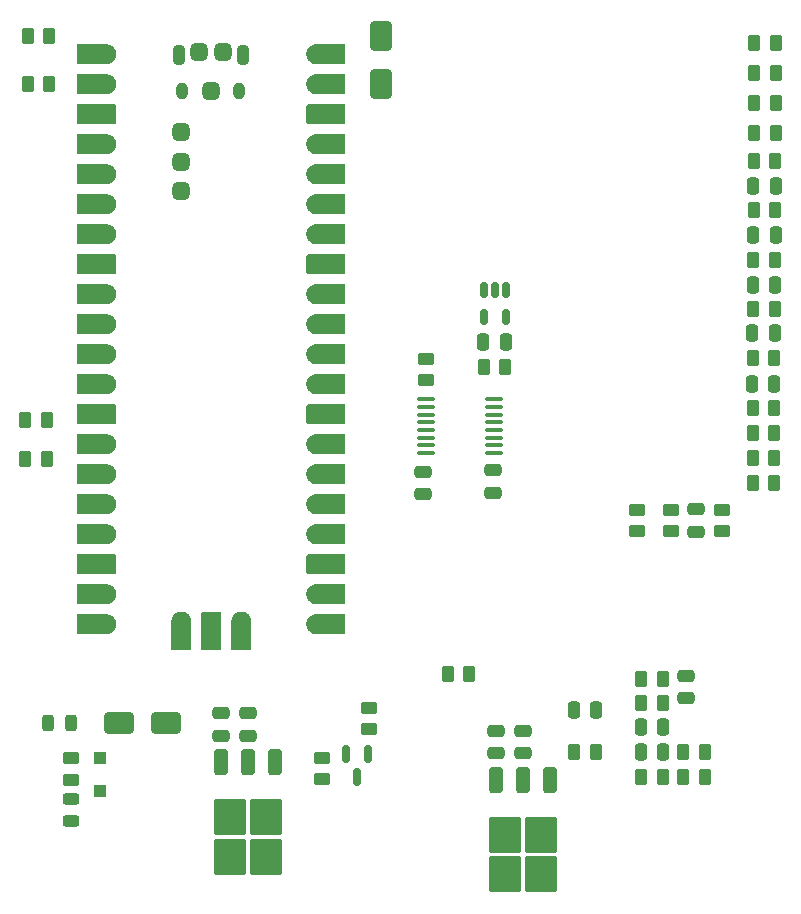
<source format=gbr>
%TF.GenerationSoftware,KiCad,Pcbnew,7.0.9-7.0.9~ubuntu22.04.1*%
%TF.CreationDate,2023-12-22T21:34:38-07:00*%
%TF.ProjectId,LC_meter,4c435f6d-6574-4657-922e-6b696361645f,rev?*%
%TF.SameCoordinates,Original*%
%TF.FileFunction,Paste,Top*%
%TF.FilePolarity,Positive*%
%FSLAX46Y46*%
G04 Gerber Fmt 4.6, Leading zero omitted, Abs format (unit mm)*
G04 Created by KiCad (PCBNEW 7.0.9-7.0.9~ubuntu22.04.1) date 2023-12-22 21:34:38*
%MOMM*%
%LPD*%
G01*
G04 APERTURE LIST*
G04 Aperture macros list*
%AMRoundRect*
0 Rectangle with rounded corners*
0 $1 Rounding radius*
0 $2 $3 $4 $5 $6 $7 $8 $9 X,Y pos of 4 corners*
0 Add a 4 corners polygon primitive as box body*
4,1,4,$2,$3,$4,$5,$6,$7,$8,$9,$2,$3,0*
0 Add four circle primitives for the rounded corners*
1,1,$1+$1,$2,$3*
1,1,$1+$1,$4,$5*
1,1,$1+$1,$6,$7*
1,1,$1+$1,$8,$9*
0 Add four rect primitives between the rounded corners*
20,1,$1+$1,$2,$3,$4,$5,0*
20,1,$1+$1,$4,$5,$6,$7,0*
20,1,$1+$1,$6,$7,$8,$9,0*
20,1,$1+$1,$8,$9,$2,$3,0*%
G04 Aperture macros list end*
%ADD10C,0.010000*%
%ADD11RoundRect,0.250000X-0.250000X-0.475000X0.250000X-0.475000X0.250000X0.475000X-0.250000X0.475000X0*%
%ADD12RoundRect,0.250000X-0.262500X-0.450000X0.262500X-0.450000X0.262500X0.450000X-0.262500X0.450000X0*%
%ADD13RoundRect,0.250000X0.250000X0.475000X-0.250000X0.475000X-0.250000X-0.475000X0.250000X-0.475000X0*%
%ADD14RoundRect,0.243750X-0.243750X-0.456250X0.243750X-0.456250X0.243750X0.456250X-0.243750X0.456250X0*%
%ADD15RoundRect,0.250000X0.262500X0.450000X-0.262500X0.450000X-0.262500X-0.450000X0.262500X-0.450000X0*%
%ADD16RoundRect,0.250000X0.475000X-0.250000X0.475000X0.250000X-0.475000X0.250000X-0.475000X-0.250000X0*%
%ADD17RoundRect,0.250000X1.000000X0.650000X-1.000000X0.650000X-1.000000X-0.650000X1.000000X-0.650000X0*%
%ADD18RoundRect,0.250000X0.450000X-0.262500X0.450000X0.262500X-0.450000X0.262500X-0.450000X-0.262500X0*%
%ADD19RoundRect,0.250000X-0.475000X0.250000X-0.475000X-0.250000X0.475000X-0.250000X0.475000X0.250000X0*%
%ADD20RoundRect,0.250000X0.650000X-1.000000X0.650000X1.000000X-0.650000X1.000000X-0.650000X-1.000000X0*%
%ADD21O,1.100000X1.800000*%
%ADD22O,1.050000X1.450000*%
%ADD23RoundRect,0.450000X-0.300000X-0.300000X0.300000X-0.300000X0.300000X0.300000X-0.300000X0.300000X0*%
%ADD24RoundRect,0.250000X-0.350000X0.850000X-0.350000X-0.850000X0.350000X-0.850000X0.350000X0.850000X0*%
%ADD25RoundRect,0.250000X-1.125000X1.275000X-1.125000X-1.275000X1.125000X-1.275000X1.125000X1.275000X0*%
%ADD26RoundRect,0.250000X-0.450000X0.262500X-0.450000X-0.262500X0.450000X-0.262500X0.450000X0.262500X0*%
%ADD27RoundRect,0.100000X0.637500X0.100000X-0.637500X0.100000X-0.637500X-0.100000X0.637500X-0.100000X0*%
%ADD28RoundRect,0.150000X-0.150000X0.587500X-0.150000X-0.587500X0.150000X-0.587500X0.150000X0.587500X0*%
%ADD29RoundRect,0.243750X0.456250X-0.243750X0.456250X0.243750X-0.456250X0.243750X-0.456250X-0.243750X0*%
%ADD30RoundRect,0.250000X-0.300000X0.300000X-0.300000X-0.300000X0.300000X-0.300000X0.300000X0.300000X0*%
%ADD31RoundRect,0.150000X-0.150000X0.512500X-0.150000X-0.512500X0.150000X-0.512500X0.150000X0.512500X0*%
G04 APERTURE END LIST*
%TO.C,U3*%
D10*
X162949500Y-60465112D02*
X162991500Y-60468112D01*
X163032500Y-60474112D01*
X163073500Y-60481112D01*
X163114500Y-60491112D01*
X163154500Y-60503112D01*
X163194500Y-60517112D01*
X163232500Y-60533112D01*
X163270500Y-60551112D01*
X163307500Y-60571112D01*
X163343500Y-60593112D01*
X163377500Y-60617112D01*
X163410500Y-60642112D01*
X163442500Y-60669112D01*
X163473500Y-60698112D01*
X163502500Y-60729112D01*
X163529500Y-60761112D01*
X163554500Y-60794112D01*
X163578500Y-60828112D01*
X163600500Y-60864112D01*
X163620500Y-60901112D01*
X163638500Y-60939112D01*
X163654500Y-60977112D01*
X163668500Y-61017112D01*
X163680500Y-61057112D01*
X163690500Y-61098112D01*
X163697500Y-61139112D01*
X163703500Y-61180112D01*
X163706500Y-61222112D01*
X163707500Y-61264112D01*
X163706500Y-61306112D01*
X163703500Y-61348112D01*
X163697500Y-61389112D01*
X163690500Y-61430112D01*
X163680500Y-61471112D01*
X163668500Y-61511112D01*
X163654500Y-61551112D01*
X163638500Y-61589112D01*
X163620500Y-61627112D01*
X163600500Y-61664112D01*
X163578500Y-61700112D01*
X163554500Y-61734112D01*
X163529500Y-61767112D01*
X163502500Y-61799112D01*
X163473500Y-61830112D01*
X163442500Y-61859112D01*
X163410500Y-61886112D01*
X163377500Y-61911112D01*
X163343500Y-61935112D01*
X163307500Y-61957112D01*
X163270500Y-61977112D01*
X163232500Y-61995112D01*
X163194500Y-62011112D01*
X163154500Y-62025112D01*
X163114500Y-62037112D01*
X163073500Y-62047112D01*
X163032500Y-62054112D01*
X162991500Y-62060112D01*
X162949500Y-62063112D01*
X162907500Y-62064112D01*
X160507500Y-62064112D01*
X160507500Y-60464112D01*
X162907500Y-60464112D01*
X162949500Y-60465112D01*
G36*
X162949500Y-60465112D02*
G01*
X162991500Y-60468112D01*
X163032500Y-60474112D01*
X163073500Y-60481112D01*
X163114500Y-60491112D01*
X163154500Y-60503112D01*
X163194500Y-60517112D01*
X163232500Y-60533112D01*
X163270500Y-60551112D01*
X163307500Y-60571112D01*
X163343500Y-60593112D01*
X163377500Y-60617112D01*
X163410500Y-60642112D01*
X163442500Y-60669112D01*
X163473500Y-60698112D01*
X163502500Y-60729112D01*
X163529500Y-60761112D01*
X163554500Y-60794112D01*
X163578500Y-60828112D01*
X163600500Y-60864112D01*
X163620500Y-60901112D01*
X163638500Y-60939112D01*
X163654500Y-60977112D01*
X163668500Y-61017112D01*
X163680500Y-61057112D01*
X163690500Y-61098112D01*
X163697500Y-61139112D01*
X163703500Y-61180112D01*
X163706500Y-61222112D01*
X163707500Y-61264112D01*
X163706500Y-61306112D01*
X163703500Y-61348112D01*
X163697500Y-61389112D01*
X163690500Y-61430112D01*
X163680500Y-61471112D01*
X163668500Y-61511112D01*
X163654500Y-61551112D01*
X163638500Y-61589112D01*
X163620500Y-61627112D01*
X163600500Y-61664112D01*
X163578500Y-61700112D01*
X163554500Y-61734112D01*
X163529500Y-61767112D01*
X163502500Y-61799112D01*
X163473500Y-61830112D01*
X163442500Y-61859112D01*
X163410500Y-61886112D01*
X163377500Y-61911112D01*
X163343500Y-61935112D01*
X163307500Y-61957112D01*
X163270500Y-61977112D01*
X163232500Y-61995112D01*
X163194500Y-62011112D01*
X163154500Y-62025112D01*
X163114500Y-62037112D01*
X163073500Y-62047112D01*
X163032500Y-62054112D01*
X162991500Y-62060112D01*
X162949500Y-62063112D01*
X162907500Y-62064112D01*
X160507500Y-62064112D01*
X160507500Y-60464112D01*
X162907500Y-60464112D01*
X162949500Y-60465112D01*
G37*
X162949500Y-63005112D02*
X162991500Y-63008112D01*
X163032500Y-63014112D01*
X163073500Y-63021112D01*
X163114500Y-63031112D01*
X163154500Y-63043112D01*
X163194500Y-63057112D01*
X163232500Y-63073112D01*
X163270500Y-63091112D01*
X163307500Y-63111112D01*
X163343500Y-63133112D01*
X163377500Y-63157112D01*
X163410500Y-63182112D01*
X163442500Y-63209112D01*
X163473500Y-63238112D01*
X163502500Y-63269112D01*
X163529500Y-63301112D01*
X163554500Y-63334112D01*
X163578500Y-63368112D01*
X163600500Y-63404112D01*
X163620500Y-63441112D01*
X163638500Y-63479112D01*
X163654500Y-63517112D01*
X163668500Y-63557112D01*
X163680500Y-63597112D01*
X163690500Y-63638112D01*
X163697500Y-63679112D01*
X163703500Y-63720112D01*
X163706500Y-63762112D01*
X163707500Y-63804112D01*
X163706500Y-63846112D01*
X163703500Y-63888112D01*
X163697500Y-63929112D01*
X163690500Y-63970112D01*
X163680500Y-64011112D01*
X163668500Y-64051112D01*
X163654500Y-64091112D01*
X163638500Y-64129112D01*
X163620500Y-64167112D01*
X163600500Y-64204112D01*
X163578500Y-64240112D01*
X163554500Y-64274112D01*
X163529500Y-64307112D01*
X163502500Y-64339112D01*
X163473500Y-64370112D01*
X163442500Y-64399112D01*
X163410500Y-64426112D01*
X163377500Y-64451112D01*
X163343500Y-64475112D01*
X163307500Y-64497112D01*
X163270500Y-64517112D01*
X163232500Y-64535112D01*
X163194500Y-64551112D01*
X163154500Y-64565112D01*
X163114500Y-64577112D01*
X163073500Y-64587112D01*
X163032500Y-64594112D01*
X162991500Y-64600112D01*
X162949500Y-64603112D01*
X162907500Y-64604112D01*
X160507500Y-64604112D01*
X160507500Y-63004112D01*
X162907500Y-63004112D01*
X162949500Y-63005112D01*
G36*
X162949500Y-63005112D02*
G01*
X162991500Y-63008112D01*
X163032500Y-63014112D01*
X163073500Y-63021112D01*
X163114500Y-63031112D01*
X163154500Y-63043112D01*
X163194500Y-63057112D01*
X163232500Y-63073112D01*
X163270500Y-63091112D01*
X163307500Y-63111112D01*
X163343500Y-63133112D01*
X163377500Y-63157112D01*
X163410500Y-63182112D01*
X163442500Y-63209112D01*
X163473500Y-63238112D01*
X163502500Y-63269112D01*
X163529500Y-63301112D01*
X163554500Y-63334112D01*
X163578500Y-63368112D01*
X163600500Y-63404112D01*
X163620500Y-63441112D01*
X163638500Y-63479112D01*
X163654500Y-63517112D01*
X163668500Y-63557112D01*
X163680500Y-63597112D01*
X163690500Y-63638112D01*
X163697500Y-63679112D01*
X163703500Y-63720112D01*
X163706500Y-63762112D01*
X163707500Y-63804112D01*
X163706500Y-63846112D01*
X163703500Y-63888112D01*
X163697500Y-63929112D01*
X163690500Y-63970112D01*
X163680500Y-64011112D01*
X163668500Y-64051112D01*
X163654500Y-64091112D01*
X163638500Y-64129112D01*
X163620500Y-64167112D01*
X163600500Y-64204112D01*
X163578500Y-64240112D01*
X163554500Y-64274112D01*
X163529500Y-64307112D01*
X163502500Y-64339112D01*
X163473500Y-64370112D01*
X163442500Y-64399112D01*
X163410500Y-64426112D01*
X163377500Y-64451112D01*
X163343500Y-64475112D01*
X163307500Y-64497112D01*
X163270500Y-64517112D01*
X163232500Y-64535112D01*
X163194500Y-64551112D01*
X163154500Y-64565112D01*
X163114500Y-64577112D01*
X163073500Y-64587112D01*
X163032500Y-64594112D01*
X162991500Y-64600112D01*
X162949500Y-64603112D01*
X162907500Y-64604112D01*
X160507500Y-64604112D01*
X160507500Y-63004112D01*
X162907500Y-63004112D01*
X162949500Y-63005112D01*
G37*
X162949500Y-68085112D02*
X162991500Y-68088112D01*
X163032500Y-68094112D01*
X163073500Y-68101112D01*
X163114500Y-68111112D01*
X163154500Y-68123112D01*
X163194500Y-68137112D01*
X163232500Y-68153112D01*
X163270500Y-68171112D01*
X163307500Y-68191112D01*
X163343500Y-68213112D01*
X163377500Y-68237112D01*
X163410500Y-68262112D01*
X163442500Y-68289112D01*
X163473500Y-68318112D01*
X163502500Y-68349112D01*
X163529500Y-68381112D01*
X163554500Y-68414112D01*
X163578500Y-68448112D01*
X163600500Y-68484112D01*
X163620500Y-68521112D01*
X163638500Y-68559112D01*
X163654500Y-68597112D01*
X163668500Y-68637112D01*
X163680500Y-68677112D01*
X163690500Y-68718112D01*
X163697500Y-68759112D01*
X163703500Y-68800112D01*
X163706500Y-68842112D01*
X163707500Y-68884112D01*
X163706500Y-68926112D01*
X163703500Y-68968112D01*
X163697500Y-69009112D01*
X163690500Y-69050112D01*
X163680500Y-69091112D01*
X163668500Y-69131112D01*
X163654500Y-69171112D01*
X163638500Y-69209112D01*
X163620500Y-69247112D01*
X163600500Y-69284112D01*
X163578500Y-69320112D01*
X163554500Y-69354112D01*
X163529500Y-69387112D01*
X163502500Y-69419112D01*
X163473500Y-69450112D01*
X163442500Y-69479112D01*
X163410500Y-69506112D01*
X163377500Y-69531112D01*
X163343500Y-69555112D01*
X163307500Y-69577112D01*
X163270500Y-69597112D01*
X163232500Y-69615112D01*
X163194500Y-69631112D01*
X163154500Y-69645112D01*
X163114500Y-69657112D01*
X163073500Y-69667112D01*
X163032500Y-69674112D01*
X162991500Y-69680112D01*
X162949500Y-69683112D01*
X162907500Y-69684112D01*
X160507500Y-69684112D01*
X160507500Y-68084112D01*
X162907500Y-68084112D01*
X162949500Y-68085112D01*
G36*
X162949500Y-68085112D02*
G01*
X162991500Y-68088112D01*
X163032500Y-68094112D01*
X163073500Y-68101112D01*
X163114500Y-68111112D01*
X163154500Y-68123112D01*
X163194500Y-68137112D01*
X163232500Y-68153112D01*
X163270500Y-68171112D01*
X163307500Y-68191112D01*
X163343500Y-68213112D01*
X163377500Y-68237112D01*
X163410500Y-68262112D01*
X163442500Y-68289112D01*
X163473500Y-68318112D01*
X163502500Y-68349112D01*
X163529500Y-68381112D01*
X163554500Y-68414112D01*
X163578500Y-68448112D01*
X163600500Y-68484112D01*
X163620500Y-68521112D01*
X163638500Y-68559112D01*
X163654500Y-68597112D01*
X163668500Y-68637112D01*
X163680500Y-68677112D01*
X163690500Y-68718112D01*
X163697500Y-68759112D01*
X163703500Y-68800112D01*
X163706500Y-68842112D01*
X163707500Y-68884112D01*
X163706500Y-68926112D01*
X163703500Y-68968112D01*
X163697500Y-69009112D01*
X163690500Y-69050112D01*
X163680500Y-69091112D01*
X163668500Y-69131112D01*
X163654500Y-69171112D01*
X163638500Y-69209112D01*
X163620500Y-69247112D01*
X163600500Y-69284112D01*
X163578500Y-69320112D01*
X163554500Y-69354112D01*
X163529500Y-69387112D01*
X163502500Y-69419112D01*
X163473500Y-69450112D01*
X163442500Y-69479112D01*
X163410500Y-69506112D01*
X163377500Y-69531112D01*
X163343500Y-69555112D01*
X163307500Y-69577112D01*
X163270500Y-69597112D01*
X163232500Y-69615112D01*
X163194500Y-69631112D01*
X163154500Y-69645112D01*
X163114500Y-69657112D01*
X163073500Y-69667112D01*
X163032500Y-69674112D01*
X162991500Y-69680112D01*
X162949500Y-69683112D01*
X162907500Y-69684112D01*
X160507500Y-69684112D01*
X160507500Y-68084112D01*
X162907500Y-68084112D01*
X162949500Y-68085112D01*
G37*
X162949500Y-70625112D02*
X162991500Y-70628112D01*
X163032500Y-70634112D01*
X163073500Y-70641112D01*
X163114500Y-70651112D01*
X163154500Y-70663112D01*
X163194500Y-70677112D01*
X163232500Y-70693112D01*
X163270500Y-70711112D01*
X163307500Y-70731112D01*
X163343500Y-70753112D01*
X163377500Y-70777112D01*
X163410500Y-70802112D01*
X163442500Y-70829112D01*
X163473500Y-70858112D01*
X163502500Y-70889112D01*
X163529500Y-70921112D01*
X163554500Y-70954112D01*
X163578500Y-70988112D01*
X163600500Y-71024112D01*
X163620500Y-71061112D01*
X163638500Y-71099112D01*
X163654500Y-71137112D01*
X163668500Y-71177112D01*
X163680500Y-71217112D01*
X163690500Y-71258112D01*
X163697500Y-71299112D01*
X163703500Y-71340112D01*
X163706500Y-71382112D01*
X163707500Y-71424112D01*
X163706500Y-71466112D01*
X163703500Y-71508112D01*
X163697500Y-71549112D01*
X163690500Y-71590112D01*
X163680500Y-71631112D01*
X163668500Y-71671112D01*
X163654500Y-71711112D01*
X163638500Y-71749112D01*
X163620500Y-71787112D01*
X163600500Y-71824112D01*
X163578500Y-71860112D01*
X163554500Y-71894112D01*
X163529500Y-71927112D01*
X163502500Y-71959112D01*
X163473500Y-71990112D01*
X163442500Y-72019112D01*
X163410500Y-72046112D01*
X163377500Y-72071112D01*
X163343500Y-72095112D01*
X163307500Y-72117112D01*
X163270500Y-72137112D01*
X163232500Y-72155112D01*
X163194500Y-72171112D01*
X163154500Y-72185112D01*
X163114500Y-72197112D01*
X163073500Y-72207112D01*
X163032500Y-72214112D01*
X162991500Y-72220112D01*
X162949500Y-72223112D01*
X162907500Y-72224112D01*
X160507500Y-72224112D01*
X160507500Y-70624112D01*
X162907500Y-70624112D01*
X162949500Y-70625112D01*
G36*
X162949500Y-70625112D02*
G01*
X162991500Y-70628112D01*
X163032500Y-70634112D01*
X163073500Y-70641112D01*
X163114500Y-70651112D01*
X163154500Y-70663112D01*
X163194500Y-70677112D01*
X163232500Y-70693112D01*
X163270500Y-70711112D01*
X163307500Y-70731112D01*
X163343500Y-70753112D01*
X163377500Y-70777112D01*
X163410500Y-70802112D01*
X163442500Y-70829112D01*
X163473500Y-70858112D01*
X163502500Y-70889112D01*
X163529500Y-70921112D01*
X163554500Y-70954112D01*
X163578500Y-70988112D01*
X163600500Y-71024112D01*
X163620500Y-71061112D01*
X163638500Y-71099112D01*
X163654500Y-71137112D01*
X163668500Y-71177112D01*
X163680500Y-71217112D01*
X163690500Y-71258112D01*
X163697500Y-71299112D01*
X163703500Y-71340112D01*
X163706500Y-71382112D01*
X163707500Y-71424112D01*
X163706500Y-71466112D01*
X163703500Y-71508112D01*
X163697500Y-71549112D01*
X163690500Y-71590112D01*
X163680500Y-71631112D01*
X163668500Y-71671112D01*
X163654500Y-71711112D01*
X163638500Y-71749112D01*
X163620500Y-71787112D01*
X163600500Y-71824112D01*
X163578500Y-71860112D01*
X163554500Y-71894112D01*
X163529500Y-71927112D01*
X163502500Y-71959112D01*
X163473500Y-71990112D01*
X163442500Y-72019112D01*
X163410500Y-72046112D01*
X163377500Y-72071112D01*
X163343500Y-72095112D01*
X163307500Y-72117112D01*
X163270500Y-72137112D01*
X163232500Y-72155112D01*
X163194500Y-72171112D01*
X163154500Y-72185112D01*
X163114500Y-72197112D01*
X163073500Y-72207112D01*
X163032500Y-72214112D01*
X162991500Y-72220112D01*
X162949500Y-72223112D01*
X162907500Y-72224112D01*
X160507500Y-72224112D01*
X160507500Y-70624112D01*
X162907500Y-70624112D01*
X162949500Y-70625112D01*
G37*
X162949500Y-73165112D02*
X162991500Y-73168112D01*
X163032500Y-73174112D01*
X163073500Y-73181112D01*
X163114500Y-73191112D01*
X163154500Y-73203112D01*
X163194500Y-73217112D01*
X163232500Y-73233112D01*
X163270500Y-73251112D01*
X163307500Y-73271112D01*
X163343500Y-73293112D01*
X163377500Y-73317112D01*
X163410500Y-73342112D01*
X163442500Y-73369112D01*
X163473500Y-73398112D01*
X163502500Y-73429112D01*
X163529500Y-73461112D01*
X163554500Y-73494112D01*
X163578500Y-73528112D01*
X163600500Y-73564112D01*
X163620500Y-73601112D01*
X163638500Y-73639112D01*
X163654500Y-73677112D01*
X163668500Y-73717112D01*
X163680500Y-73757112D01*
X163690500Y-73798112D01*
X163697500Y-73839112D01*
X163703500Y-73880112D01*
X163706500Y-73922112D01*
X163707500Y-73964112D01*
X163706500Y-74006112D01*
X163703500Y-74048112D01*
X163697500Y-74089112D01*
X163690500Y-74130112D01*
X163680500Y-74171112D01*
X163668500Y-74211112D01*
X163654500Y-74251112D01*
X163638500Y-74289112D01*
X163620500Y-74327112D01*
X163600500Y-74364112D01*
X163578500Y-74400112D01*
X163554500Y-74434112D01*
X163529500Y-74467112D01*
X163502500Y-74499112D01*
X163473500Y-74530112D01*
X163442500Y-74559112D01*
X163410500Y-74586112D01*
X163377500Y-74611112D01*
X163343500Y-74635112D01*
X163307500Y-74657112D01*
X163270500Y-74677112D01*
X163232500Y-74695112D01*
X163194500Y-74711112D01*
X163154500Y-74725112D01*
X163114500Y-74737112D01*
X163073500Y-74747112D01*
X163032500Y-74754112D01*
X162991500Y-74760112D01*
X162949500Y-74763112D01*
X162907500Y-74764112D01*
X160507500Y-74764112D01*
X160507500Y-73164112D01*
X162907500Y-73164112D01*
X162949500Y-73165112D01*
G36*
X162949500Y-73165112D02*
G01*
X162991500Y-73168112D01*
X163032500Y-73174112D01*
X163073500Y-73181112D01*
X163114500Y-73191112D01*
X163154500Y-73203112D01*
X163194500Y-73217112D01*
X163232500Y-73233112D01*
X163270500Y-73251112D01*
X163307500Y-73271112D01*
X163343500Y-73293112D01*
X163377500Y-73317112D01*
X163410500Y-73342112D01*
X163442500Y-73369112D01*
X163473500Y-73398112D01*
X163502500Y-73429112D01*
X163529500Y-73461112D01*
X163554500Y-73494112D01*
X163578500Y-73528112D01*
X163600500Y-73564112D01*
X163620500Y-73601112D01*
X163638500Y-73639112D01*
X163654500Y-73677112D01*
X163668500Y-73717112D01*
X163680500Y-73757112D01*
X163690500Y-73798112D01*
X163697500Y-73839112D01*
X163703500Y-73880112D01*
X163706500Y-73922112D01*
X163707500Y-73964112D01*
X163706500Y-74006112D01*
X163703500Y-74048112D01*
X163697500Y-74089112D01*
X163690500Y-74130112D01*
X163680500Y-74171112D01*
X163668500Y-74211112D01*
X163654500Y-74251112D01*
X163638500Y-74289112D01*
X163620500Y-74327112D01*
X163600500Y-74364112D01*
X163578500Y-74400112D01*
X163554500Y-74434112D01*
X163529500Y-74467112D01*
X163502500Y-74499112D01*
X163473500Y-74530112D01*
X163442500Y-74559112D01*
X163410500Y-74586112D01*
X163377500Y-74611112D01*
X163343500Y-74635112D01*
X163307500Y-74657112D01*
X163270500Y-74677112D01*
X163232500Y-74695112D01*
X163194500Y-74711112D01*
X163154500Y-74725112D01*
X163114500Y-74737112D01*
X163073500Y-74747112D01*
X163032500Y-74754112D01*
X162991500Y-74760112D01*
X162949500Y-74763112D01*
X162907500Y-74764112D01*
X160507500Y-74764112D01*
X160507500Y-73164112D01*
X162907500Y-73164112D01*
X162949500Y-73165112D01*
G37*
X162949500Y-75705112D02*
X162991500Y-75708112D01*
X163032500Y-75714112D01*
X163073500Y-75721112D01*
X163114500Y-75731112D01*
X163154500Y-75743112D01*
X163194500Y-75757112D01*
X163232500Y-75773112D01*
X163270500Y-75791112D01*
X163307500Y-75811112D01*
X163343500Y-75833112D01*
X163377500Y-75857112D01*
X163410500Y-75882112D01*
X163442500Y-75909112D01*
X163473500Y-75938112D01*
X163502500Y-75969112D01*
X163529500Y-76001112D01*
X163554500Y-76034112D01*
X163578500Y-76068112D01*
X163600500Y-76104112D01*
X163620500Y-76141112D01*
X163638500Y-76179112D01*
X163654500Y-76217112D01*
X163668500Y-76257112D01*
X163680500Y-76297112D01*
X163690500Y-76338112D01*
X163697500Y-76379112D01*
X163703500Y-76420112D01*
X163706500Y-76462112D01*
X163707500Y-76504112D01*
X163706500Y-76546112D01*
X163703500Y-76588112D01*
X163697500Y-76629112D01*
X163690500Y-76670112D01*
X163680500Y-76711112D01*
X163668500Y-76751112D01*
X163654500Y-76791112D01*
X163638500Y-76829112D01*
X163620500Y-76867112D01*
X163600500Y-76904112D01*
X163578500Y-76940112D01*
X163554500Y-76974112D01*
X163529500Y-77007112D01*
X163502500Y-77039112D01*
X163473500Y-77070112D01*
X163442500Y-77099112D01*
X163410500Y-77126112D01*
X163377500Y-77151112D01*
X163343500Y-77175112D01*
X163307500Y-77197112D01*
X163270500Y-77217112D01*
X163232500Y-77235112D01*
X163194500Y-77251112D01*
X163154500Y-77265112D01*
X163114500Y-77277112D01*
X163073500Y-77287112D01*
X163032500Y-77294112D01*
X162991500Y-77300112D01*
X162949500Y-77303112D01*
X162907500Y-77304112D01*
X160507500Y-77304112D01*
X160507500Y-75704112D01*
X162907500Y-75704112D01*
X162949500Y-75705112D01*
G36*
X162949500Y-75705112D02*
G01*
X162991500Y-75708112D01*
X163032500Y-75714112D01*
X163073500Y-75721112D01*
X163114500Y-75731112D01*
X163154500Y-75743112D01*
X163194500Y-75757112D01*
X163232500Y-75773112D01*
X163270500Y-75791112D01*
X163307500Y-75811112D01*
X163343500Y-75833112D01*
X163377500Y-75857112D01*
X163410500Y-75882112D01*
X163442500Y-75909112D01*
X163473500Y-75938112D01*
X163502500Y-75969112D01*
X163529500Y-76001112D01*
X163554500Y-76034112D01*
X163578500Y-76068112D01*
X163600500Y-76104112D01*
X163620500Y-76141112D01*
X163638500Y-76179112D01*
X163654500Y-76217112D01*
X163668500Y-76257112D01*
X163680500Y-76297112D01*
X163690500Y-76338112D01*
X163697500Y-76379112D01*
X163703500Y-76420112D01*
X163706500Y-76462112D01*
X163707500Y-76504112D01*
X163706500Y-76546112D01*
X163703500Y-76588112D01*
X163697500Y-76629112D01*
X163690500Y-76670112D01*
X163680500Y-76711112D01*
X163668500Y-76751112D01*
X163654500Y-76791112D01*
X163638500Y-76829112D01*
X163620500Y-76867112D01*
X163600500Y-76904112D01*
X163578500Y-76940112D01*
X163554500Y-76974112D01*
X163529500Y-77007112D01*
X163502500Y-77039112D01*
X163473500Y-77070112D01*
X163442500Y-77099112D01*
X163410500Y-77126112D01*
X163377500Y-77151112D01*
X163343500Y-77175112D01*
X163307500Y-77197112D01*
X163270500Y-77217112D01*
X163232500Y-77235112D01*
X163194500Y-77251112D01*
X163154500Y-77265112D01*
X163114500Y-77277112D01*
X163073500Y-77287112D01*
X163032500Y-77294112D01*
X162991500Y-77300112D01*
X162949500Y-77303112D01*
X162907500Y-77304112D01*
X160507500Y-77304112D01*
X160507500Y-75704112D01*
X162907500Y-75704112D01*
X162949500Y-75705112D01*
G37*
X162949500Y-80785112D02*
X162991500Y-80788112D01*
X163032500Y-80794112D01*
X163073500Y-80801112D01*
X163114500Y-80811112D01*
X163154500Y-80823112D01*
X163194500Y-80837112D01*
X163232500Y-80853112D01*
X163270500Y-80871112D01*
X163307500Y-80891112D01*
X163343500Y-80913112D01*
X163377500Y-80937112D01*
X163410500Y-80962112D01*
X163442500Y-80989112D01*
X163473500Y-81018112D01*
X163502500Y-81049112D01*
X163529500Y-81081112D01*
X163554500Y-81114112D01*
X163578500Y-81148112D01*
X163600500Y-81184112D01*
X163620500Y-81221112D01*
X163638500Y-81259112D01*
X163654500Y-81297112D01*
X163668500Y-81337112D01*
X163680500Y-81377112D01*
X163690500Y-81418112D01*
X163697500Y-81459112D01*
X163703500Y-81500112D01*
X163706500Y-81542112D01*
X163707500Y-81584112D01*
X163706500Y-81626112D01*
X163703500Y-81668112D01*
X163697500Y-81709112D01*
X163690500Y-81750112D01*
X163680500Y-81791112D01*
X163668500Y-81831112D01*
X163654500Y-81871112D01*
X163638500Y-81909112D01*
X163620500Y-81947112D01*
X163600500Y-81984112D01*
X163578500Y-82020112D01*
X163554500Y-82054112D01*
X163529500Y-82087112D01*
X163502500Y-82119112D01*
X163473500Y-82150112D01*
X163442500Y-82179112D01*
X163410500Y-82206112D01*
X163377500Y-82231112D01*
X163343500Y-82255112D01*
X163307500Y-82277112D01*
X163270500Y-82297112D01*
X163232500Y-82315112D01*
X163194500Y-82331112D01*
X163154500Y-82345112D01*
X163114500Y-82357112D01*
X163073500Y-82367112D01*
X163032500Y-82374112D01*
X162991500Y-82380112D01*
X162949500Y-82383112D01*
X162907500Y-82384112D01*
X160507500Y-82384112D01*
X160507500Y-80784112D01*
X162907500Y-80784112D01*
X162949500Y-80785112D01*
G36*
X162949500Y-80785112D02*
G01*
X162991500Y-80788112D01*
X163032500Y-80794112D01*
X163073500Y-80801112D01*
X163114500Y-80811112D01*
X163154500Y-80823112D01*
X163194500Y-80837112D01*
X163232500Y-80853112D01*
X163270500Y-80871112D01*
X163307500Y-80891112D01*
X163343500Y-80913112D01*
X163377500Y-80937112D01*
X163410500Y-80962112D01*
X163442500Y-80989112D01*
X163473500Y-81018112D01*
X163502500Y-81049112D01*
X163529500Y-81081112D01*
X163554500Y-81114112D01*
X163578500Y-81148112D01*
X163600500Y-81184112D01*
X163620500Y-81221112D01*
X163638500Y-81259112D01*
X163654500Y-81297112D01*
X163668500Y-81337112D01*
X163680500Y-81377112D01*
X163690500Y-81418112D01*
X163697500Y-81459112D01*
X163703500Y-81500112D01*
X163706500Y-81542112D01*
X163707500Y-81584112D01*
X163706500Y-81626112D01*
X163703500Y-81668112D01*
X163697500Y-81709112D01*
X163690500Y-81750112D01*
X163680500Y-81791112D01*
X163668500Y-81831112D01*
X163654500Y-81871112D01*
X163638500Y-81909112D01*
X163620500Y-81947112D01*
X163600500Y-81984112D01*
X163578500Y-82020112D01*
X163554500Y-82054112D01*
X163529500Y-82087112D01*
X163502500Y-82119112D01*
X163473500Y-82150112D01*
X163442500Y-82179112D01*
X163410500Y-82206112D01*
X163377500Y-82231112D01*
X163343500Y-82255112D01*
X163307500Y-82277112D01*
X163270500Y-82297112D01*
X163232500Y-82315112D01*
X163194500Y-82331112D01*
X163154500Y-82345112D01*
X163114500Y-82357112D01*
X163073500Y-82367112D01*
X163032500Y-82374112D01*
X162991500Y-82380112D01*
X162949500Y-82383112D01*
X162907500Y-82384112D01*
X160507500Y-82384112D01*
X160507500Y-80784112D01*
X162907500Y-80784112D01*
X162949500Y-80785112D01*
G37*
X162949500Y-83325112D02*
X162991500Y-83328112D01*
X163032500Y-83334112D01*
X163073500Y-83341112D01*
X163114500Y-83351112D01*
X163154500Y-83363112D01*
X163194500Y-83377112D01*
X163232500Y-83393112D01*
X163270500Y-83411112D01*
X163307500Y-83431112D01*
X163343500Y-83453112D01*
X163377500Y-83477112D01*
X163410500Y-83502112D01*
X163442500Y-83529112D01*
X163473500Y-83558112D01*
X163502500Y-83589112D01*
X163529500Y-83621112D01*
X163554500Y-83654112D01*
X163578500Y-83688112D01*
X163600500Y-83724112D01*
X163620500Y-83761112D01*
X163638500Y-83799112D01*
X163654500Y-83837112D01*
X163668500Y-83877112D01*
X163680500Y-83917112D01*
X163690500Y-83958112D01*
X163697500Y-83999112D01*
X163703500Y-84040112D01*
X163706500Y-84082112D01*
X163707500Y-84124112D01*
X163706500Y-84166112D01*
X163703500Y-84208112D01*
X163697500Y-84249112D01*
X163690500Y-84290112D01*
X163680500Y-84331112D01*
X163668500Y-84371112D01*
X163654500Y-84411112D01*
X163638500Y-84449112D01*
X163620500Y-84487112D01*
X163600500Y-84524112D01*
X163578500Y-84560112D01*
X163554500Y-84594112D01*
X163529500Y-84627112D01*
X163502500Y-84659112D01*
X163473500Y-84690112D01*
X163442500Y-84719112D01*
X163410500Y-84746112D01*
X163377500Y-84771112D01*
X163343500Y-84795112D01*
X163307500Y-84817112D01*
X163270500Y-84837112D01*
X163232500Y-84855112D01*
X163194500Y-84871112D01*
X163154500Y-84885112D01*
X163114500Y-84897112D01*
X163073500Y-84907112D01*
X163032500Y-84914112D01*
X162991500Y-84920112D01*
X162949500Y-84923112D01*
X162907500Y-84924112D01*
X160507500Y-84924112D01*
X160507500Y-83324112D01*
X162907500Y-83324112D01*
X162949500Y-83325112D01*
G36*
X162949500Y-83325112D02*
G01*
X162991500Y-83328112D01*
X163032500Y-83334112D01*
X163073500Y-83341112D01*
X163114500Y-83351112D01*
X163154500Y-83363112D01*
X163194500Y-83377112D01*
X163232500Y-83393112D01*
X163270500Y-83411112D01*
X163307500Y-83431112D01*
X163343500Y-83453112D01*
X163377500Y-83477112D01*
X163410500Y-83502112D01*
X163442500Y-83529112D01*
X163473500Y-83558112D01*
X163502500Y-83589112D01*
X163529500Y-83621112D01*
X163554500Y-83654112D01*
X163578500Y-83688112D01*
X163600500Y-83724112D01*
X163620500Y-83761112D01*
X163638500Y-83799112D01*
X163654500Y-83837112D01*
X163668500Y-83877112D01*
X163680500Y-83917112D01*
X163690500Y-83958112D01*
X163697500Y-83999112D01*
X163703500Y-84040112D01*
X163706500Y-84082112D01*
X163707500Y-84124112D01*
X163706500Y-84166112D01*
X163703500Y-84208112D01*
X163697500Y-84249112D01*
X163690500Y-84290112D01*
X163680500Y-84331112D01*
X163668500Y-84371112D01*
X163654500Y-84411112D01*
X163638500Y-84449112D01*
X163620500Y-84487112D01*
X163600500Y-84524112D01*
X163578500Y-84560112D01*
X163554500Y-84594112D01*
X163529500Y-84627112D01*
X163502500Y-84659112D01*
X163473500Y-84690112D01*
X163442500Y-84719112D01*
X163410500Y-84746112D01*
X163377500Y-84771112D01*
X163343500Y-84795112D01*
X163307500Y-84817112D01*
X163270500Y-84837112D01*
X163232500Y-84855112D01*
X163194500Y-84871112D01*
X163154500Y-84885112D01*
X163114500Y-84897112D01*
X163073500Y-84907112D01*
X163032500Y-84914112D01*
X162991500Y-84920112D01*
X162949500Y-84923112D01*
X162907500Y-84924112D01*
X160507500Y-84924112D01*
X160507500Y-83324112D01*
X162907500Y-83324112D01*
X162949500Y-83325112D01*
G37*
X162949500Y-85865112D02*
X162991500Y-85868112D01*
X163032500Y-85874112D01*
X163073500Y-85881112D01*
X163114500Y-85891112D01*
X163154500Y-85903112D01*
X163194500Y-85917112D01*
X163232500Y-85933112D01*
X163270500Y-85951112D01*
X163307500Y-85971112D01*
X163343500Y-85993112D01*
X163377500Y-86017112D01*
X163410500Y-86042112D01*
X163442500Y-86069112D01*
X163473500Y-86098112D01*
X163502500Y-86129112D01*
X163529500Y-86161112D01*
X163554500Y-86194112D01*
X163578500Y-86228112D01*
X163600500Y-86264112D01*
X163620500Y-86301112D01*
X163638500Y-86339112D01*
X163654500Y-86377112D01*
X163668500Y-86417112D01*
X163680500Y-86457112D01*
X163690500Y-86498112D01*
X163697500Y-86539112D01*
X163703500Y-86580112D01*
X163706500Y-86622112D01*
X163707500Y-86664112D01*
X163706500Y-86706112D01*
X163703500Y-86748112D01*
X163697500Y-86789112D01*
X163690500Y-86830112D01*
X163680500Y-86871112D01*
X163668500Y-86911112D01*
X163654500Y-86951112D01*
X163638500Y-86989112D01*
X163620500Y-87027112D01*
X163600500Y-87064112D01*
X163578500Y-87100112D01*
X163554500Y-87134112D01*
X163529500Y-87167112D01*
X163502500Y-87199112D01*
X163473500Y-87230112D01*
X163442500Y-87259112D01*
X163410500Y-87286112D01*
X163377500Y-87311112D01*
X163343500Y-87335112D01*
X163307500Y-87357112D01*
X163270500Y-87377112D01*
X163232500Y-87395112D01*
X163194500Y-87411112D01*
X163154500Y-87425112D01*
X163114500Y-87437112D01*
X163073500Y-87447112D01*
X163032500Y-87454112D01*
X162991500Y-87460112D01*
X162949500Y-87463112D01*
X162907500Y-87464112D01*
X160507500Y-87464112D01*
X160507500Y-85864112D01*
X162907500Y-85864112D01*
X162949500Y-85865112D01*
G36*
X162949500Y-85865112D02*
G01*
X162991500Y-85868112D01*
X163032500Y-85874112D01*
X163073500Y-85881112D01*
X163114500Y-85891112D01*
X163154500Y-85903112D01*
X163194500Y-85917112D01*
X163232500Y-85933112D01*
X163270500Y-85951112D01*
X163307500Y-85971112D01*
X163343500Y-85993112D01*
X163377500Y-86017112D01*
X163410500Y-86042112D01*
X163442500Y-86069112D01*
X163473500Y-86098112D01*
X163502500Y-86129112D01*
X163529500Y-86161112D01*
X163554500Y-86194112D01*
X163578500Y-86228112D01*
X163600500Y-86264112D01*
X163620500Y-86301112D01*
X163638500Y-86339112D01*
X163654500Y-86377112D01*
X163668500Y-86417112D01*
X163680500Y-86457112D01*
X163690500Y-86498112D01*
X163697500Y-86539112D01*
X163703500Y-86580112D01*
X163706500Y-86622112D01*
X163707500Y-86664112D01*
X163706500Y-86706112D01*
X163703500Y-86748112D01*
X163697500Y-86789112D01*
X163690500Y-86830112D01*
X163680500Y-86871112D01*
X163668500Y-86911112D01*
X163654500Y-86951112D01*
X163638500Y-86989112D01*
X163620500Y-87027112D01*
X163600500Y-87064112D01*
X163578500Y-87100112D01*
X163554500Y-87134112D01*
X163529500Y-87167112D01*
X163502500Y-87199112D01*
X163473500Y-87230112D01*
X163442500Y-87259112D01*
X163410500Y-87286112D01*
X163377500Y-87311112D01*
X163343500Y-87335112D01*
X163307500Y-87357112D01*
X163270500Y-87377112D01*
X163232500Y-87395112D01*
X163194500Y-87411112D01*
X163154500Y-87425112D01*
X163114500Y-87437112D01*
X163073500Y-87447112D01*
X163032500Y-87454112D01*
X162991500Y-87460112D01*
X162949500Y-87463112D01*
X162907500Y-87464112D01*
X160507500Y-87464112D01*
X160507500Y-85864112D01*
X162907500Y-85864112D01*
X162949500Y-85865112D01*
G37*
X162949500Y-88405112D02*
X162991500Y-88408112D01*
X163032500Y-88414112D01*
X163073500Y-88421112D01*
X163114500Y-88431112D01*
X163154500Y-88443112D01*
X163194500Y-88457112D01*
X163232500Y-88473112D01*
X163270500Y-88491112D01*
X163307500Y-88511112D01*
X163343500Y-88533112D01*
X163377500Y-88557112D01*
X163410500Y-88582112D01*
X163442500Y-88609112D01*
X163473500Y-88638112D01*
X163502500Y-88669112D01*
X163529500Y-88701112D01*
X163554500Y-88734112D01*
X163578500Y-88768112D01*
X163600500Y-88804112D01*
X163620500Y-88841112D01*
X163638500Y-88879112D01*
X163654500Y-88917112D01*
X163668500Y-88957112D01*
X163680500Y-88997112D01*
X163690500Y-89038112D01*
X163697500Y-89079112D01*
X163703500Y-89120112D01*
X163706500Y-89162112D01*
X163707500Y-89204112D01*
X163706500Y-89246112D01*
X163703500Y-89288112D01*
X163697500Y-89329112D01*
X163690500Y-89370112D01*
X163680500Y-89411112D01*
X163668500Y-89451112D01*
X163654500Y-89491112D01*
X163638500Y-89529112D01*
X163620500Y-89567112D01*
X163600500Y-89604112D01*
X163578500Y-89640112D01*
X163554500Y-89674112D01*
X163529500Y-89707112D01*
X163502500Y-89739112D01*
X163473500Y-89770112D01*
X163442500Y-89799112D01*
X163410500Y-89826112D01*
X163377500Y-89851112D01*
X163343500Y-89875112D01*
X163307500Y-89897112D01*
X163270500Y-89917112D01*
X163232500Y-89935112D01*
X163194500Y-89951112D01*
X163154500Y-89965112D01*
X163114500Y-89977112D01*
X163073500Y-89987112D01*
X163032500Y-89994112D01*
X162991500Y-90000112D01*
X162949500Y-90003112D01*
X162907500Y-90004112D01*
X160507500Y-90004112D01*
X160507500Y-88404112D01*
X162907500Y-88404112D01*
X162949500Y-88405112D01*
G36*
X162949500Y-88405112D02*
G01*
X162991500Y-88408112D01*
X163032500Y-88414112D01*
X163073500Y-88421112D01*
X163114500Y-88431112D01*
X163154500Y-88443112D01*
X163194500Y-88457112D01*
X163232500Y-88473112D01*
X163270500Y-88491112D01*
X163307500Y-88511112D01*
X163343500Y-88533112D01*
X163377500Y-88557112D01*
X163410500Y-88582112D01*
X163442500Y-88609112D01*
X163473500Y-88638112D01*
X163502500Y-88669112D01*
X163529500Y-88701112D01*
X163554500Y-88734112D01*
X163578500Y-88768112D01*
X163600500Y-88804112D01*
X163620500Y-88841112D01*
X163638500Y-88879112D01*
X163654500Y-88917112D01*
X163668500Y-88957112D01*
X163680500Y-88997112D01*
X163690500Y-89038112D01*
X163697500Y-89079112D01*
X163703500Y-89120112D01*
X163706500Y-89162112D01*
X163707500Y-89204112D01*
X163706500Y-89246112D01*
X163703500Y-89288112D01*
X163697500Y-89329112D01*
X163690500Y-89370112D01*
X163680500Y-89411112D01*
X163668500Y-89451112D01*
X163654500Y-89491112D01*
X163638500Y-89529112D01*
X163620500Y-89567112D01*
X163600500Y-89604112D01*
X163578500Y-89640112D01*
X163554500Y-89674112D01*
X163529500Y-89707112D01*
X163502500Y-89739112D01*
X163473500Y-89770112D01*
X163442500Y-89799112D01*
X163410500Y-89826112D01*
X163377500Y-89851112D01*
X163343500Y-89875112D01*
X163307500Y-89897112D01*
X163270500Y-89917112D01*
X163232500Y-89935112D01*
X163194500Y-89951112D01*
X163154500Y-89965112D01*
X163114500Y-89977112D01*
X163073500Y-89987112D01*
X163032500Y-89994112D01*
X162991500Y-90000112D01*
X162949500Y-90003112D01*
X162907500Y-90004112D01*
X160507500Y-90004112D01*
X160507500Y-88404112D01*
X162907500Y-88404112D01*
X162949500Y-88405112D01*
G37*
X162949500Y-93485112D02*
X162991500Y-93488112D01*
X163032500Y-93494112D01*
X163073500Y-93501112D01*
X163114500Y-93511112D01*
X163154500Y-93523112D01*
X163194500Y-93537112D01*
X163232500Y-93553112D01*
X163270500Y-93571112D01*
X163307500Y-93591112D01*
X163343500Y-93613112D01*
X163377500Y-93637112D01*
X163410500Y-93662112D01*
X163442500Y-93689112D01*
X163473500Y-93718112D01*
X163502500Y-93749112D01*
X163529500Y-93781112D01*
X163554500Y-93814112D01*
X163578500Y-93848112D01*
X163600500Y-93884112D01*
X163620500Y-93921112D01*
X163638500Y-93959112D01*
X163654500Y-93997112D01*
X163668500Y-94037112D01*
X163680500Y-94077112D01*
X163690500Y-94118112D01*
X163697500Y-94159112D01*
X163703500Y-94200112D01*
X163706500Y-94242112D01*
X163707500Y-94284112D01*
X163706500Y-94326112D01*
X163703500Y-94368112D01*
X163697500Y-94409112D01*
X163690500Y-94450112D01*
X163680500Y-94491112D01*
X163668500Y-94531112D01*
X163654500Y-94571112D01*
X163638500Y-94609112D01*
X163620500Y-94647112D01*
X163600500Y-94684112D01*
X163578500Y-94720112D01*
X163554500Y-94754112D01*
X163529500Y-94787112D01*
X163502500Y-94819112D01*
X163473500Y-94850112D01*
X163442500Y-94879112D01*
X163410500Y-94906112D01*
X163377500Y-94931112D01*
X163343500Y-94955112D01*
X163307500Y-94977112D01*
X163270500Y-94997112D01*
X163232500Y-95015112D01*
X163194500Y-95031112D01*
X163154500Y-95045112D01*
X163114500Y-95057112D01*
X163073500Y-95067112D01*
X163032500Y-95074112D01*
X162991500Y-95080112D01*
X162949500Y-95083112D01*
X162907500Y-95084112D01*
X160507500Y-95084112D01*
X160507500Y-93484112D01*
X162907500Y-93484112D01*
X162949500Y-93485112D01*
G36*
X162949500Y-93485112D02*
G01*
X162991500Y-93488112D01*
X163032500Y-93494112D01*
X163073500Y-93501112D01*
X163114500Y-93511112D01*
X163154500Y-93523112D01*
X163194500Y-93537112D01*
X163232500Y-93553112D01*
X163270500Y-93571112D01*
X163307500Y-93591112D01*
X163343500Y-93613112D01*
X163377500Y-93637112D01*
X163410500Y-93662112D01*
X163442500Y-93689112D01*
X163473500Y-93718112D01*
X163502500Y-93749112D01*
X163529500Y-93781112D01*
X163554500Y-93814112D01*
X163578500Y-93848112D01*
X163600500Y-93884112D01*
X163620500Y-93921112D01*
X163638500Y-93959112D01*
X163654500Y-93997112D01*
X163668500Y-94037112D01*
X163680500Y-94077112D01*
X163690500Y-94118112D01*
X163697500Y-94159112D01*
X163703500Y-94200112D01*
X163706500Y-94242112D01*
X163707500Y-94284112D01*
X163706500Y-94326112D01*
X163703500Y-94368112D01*
X163697500Y-94409112D01*
X163690500Y-94450112D01*
X163680500Y-94491112D01*
X163668500Y-94531112D01*
X163654500Y-94571112D01*
X163638500Y-94609112D01*
X163620500Y-94647112D01*
X163600500Y-94684112D01*
X163578500Y-94720112D01*
X163554500Y-94754112D01*
X163529500Y-94787112D01*
X163502500Y-94819112D01*
X163473500Y-94850112D01*
X163442500Y-94879112D01*
X163410500Y-94906112D01*
X163377500Y-94931112D01*
X163343500Y-94955112D01*
X163307500Y-94977112D01*
X163270500Y-94997112D01*
X163232500Y-95015112D01*
X163194500Y-95031112D01*
X163154500Y-95045112D01*
X163114500Y-95057112D01*
X163073500Y-95067112D01*
X163032500Y-95074112D01*
X162991500Y-95080112D01*
X162949500Y-95083112D01*
X162907500Y-95084112D01*
X160507500Y-95084112D01*
X160507500Y-93484112D01*
X162907500Y-93484112D01*
X162949500Y-93485112D01*
G37*
X162949500Y-96025112D02*
X162991500Y-96028112D01*
X163032500Y-96034112D01*
X163073500Y-96041112D01*
X163114500Y-96051112D01*
X163154500Y-96063112D01*
X163194500Y-96077112D01*
X163232500Y-96093112D01*
X163270500Y-96111112D01*
X163307500Y-96131112D01*
X163343500Y-96153112D01*
X163377500Y-96177112D01*
X163410500Y-96202112D01*
X163442500Y-96229112D01*
X163473500Y-96258112D01*
X163502500Y-96289112D01*
X163529500Y-96321112D01*
X163554500Y-96354112D01*
X163578500Y-96388112D01*
X163600500Y-96424112D01*
X163620500Y-96461112D01*
X163638500Y-96499112D01*
X163654500Y-96537112D01*
X163668500Y-96577112D01*
X163680500Y-96617112D01*
X163690500Y-96658112D01*
X163697500Y-96699112D01*
X163703500Y-96740112D01*
X163706500Y-96782112D01*
X163707500Y-96824112D01*
X163706500Y-96866112D01*
X163703500Y-96908112D01*
X163697500Y-96949112D01*
X163690500Y-96990112D01*
X163680500Y-97031112D01*
X163668500Y-97071112D01*
X163654500Y-97111112D01*
X163638500Y-97149112D01*
X163620500Y-97187112D01*
X163600500Y-97224112D01*
X163578500Y-97260112D01*
X163554500Y-97294112D01*
X163529500Y-97327112D01*
X163502500Y-97359112D01*
X163473500Y-97390112D01*
X163442500Y-97419112D01*
X163410500Y-97446112D01*
X163377500Y-97471112D01*
X163343500Y-97495112D01*
X163307500Y-97517112D01*
X163270500Y-97537112D01*
X163232500Y-97555112D01*
X163194500Y-97571112D01*
X163154500Y-97585112D01*
X163114500Y-97597112D01*
X163073500Y-97607112D01*
X163032500Y-97614112D01*
X162991500Y-97620112D01*
X162949500Y-97623112D01*
X162907500Y-97624112D01*
X160507500Y-97624112D01*
X160507500Y-96024112D01*
X162907500Y-96024112D01*
X162949500Y-96025112D01*
G36*
X162949500Y-96025112D02*
G01*
X162991500Y-96028112D01*
X163032500Y-96034112D01*
X163073500Y-96041112D01*
X163114500Y-96051112D01*
X163154500Y-96063112D01*
X163194500Y-96077112D01*
X163232500Y-96093112D01*
X163270500Y-96111112D01*
X163307500Y-96131112D01*
X163343500Y-96153112D01*
X163377500Y-96177112D01*
X163410500Y-96202112D01*
X163442500Y-96229112D01*
X163473500Y-96258112D01*
X163502500Y-96289112D01*
X163529500Y-96321112D01*
X163554500Y-96354112D01*
X163578500Y-96388112D01*
X163600500Y-96424112D01*
X163620500Y-96461112D01*
X163638500Y-96499112D01*
X163654500Y-96537112D01*
X163668500Y-96577112D01*
X163680500Y-96617112D01*
X163690500Y-96658112D01*
X163697500Y-96699112D01*
X163703500Y-96740112D01*
X163706500Y-96782112D01*
X163707500Y-96824112D01*
X163706500Y-96866112D01*
X163703500Y-96908112D01*
X163697500Y-96949112D01*
X163690500Y-96990112D01*
X163680500Y-97031112D01*
X163668500Y-97071112D01*
X163654500Y-97111112D01*
X163638500Y-97149112D01*
X163620500Y-97187112D01*
X163600500Y-97224112D01*
X163578500Y-97260112D01*
X163554500Y-97294112D01*
X163529500Y-97327112D01*
X163502500Y-97359112D01*
X163473500Y-97390112D01*
X163442500Y-97419112D01*
X163410500Y-97446112D01*
X163377500Y-97471112D01*
X163343500Y-97495112D01*
X163307500Y-97517112D01*
X163270500Y-97537112D01*
X163232500Y-97555112D01*
X163194500Y-97571112D01*
X163154500Y-97585112D01*
X163114500Y-97597112D01*
X163073500Y-97607112D01*
X163032500Y-97614112D01*
X162991500Y-97620112D01*
X162949500Y-97623112D01*
X162907500Y-97624112D01*
X160507500Y-97624112D01*
X160507500Y-96024112D01*
X162907500Y-96024112D01*
X162949500Y-96025112D01*
G37*
X162949500Y-98565112D02*
X162991500Y-98568112D01*
X163032500Y-98574112D01*
X163073500Y-98581112D01*
X163114500Y-98591112D01*
X163154500Y-98603112D01*
X163194500Y-98617112D01*
X163232500Y-98633112D01*
X163270500Y-98651112D01*
X163307500Y-98671112D01*
X163343500Y-98693112D01*
X163377500Y-98717112D01*
X163410500Y-98742112D01*
X163442500Y-98769112D01*
X163473500Y-98798112D01*
X163502500Y-98829112D01*
X163529500Y-98861112D01*
X163554500Y-98894112D01*
X163578500Y-98928112D01*
X163600500Y-98964112D01*
X163620500Y-99001112D01*
X163638500Y-99039112D01*
X163654500Y-99077112D01*
X163668500Y-99117112D01*
X163680500Y-99157112D01*
X163690500Y-99198112D01*
X163697500Y-99239112D01*
X163703500Y-99280112D01*
X163706500Y-99322112D01*
X163707500Y-99364112D01*
X163706500Y-99406112D01*
X163703500Y-99448112D01*
X163697500Y-99489112D01*
X163690500Y-99530112D01*
X163680500Y-99571112D01*
X163668500Y-99611112D01*
X163654500Y-99651112D01*
X163638500Y-99689112D01*
X163620500Y-99727112D01*
X163600500Y-99764112D01*
X163578500Y-99800112D01*
X163554500Y-99834112D01*
X163529500Y-99867112D01*
X163502500Y-99899112D01*
X163473500Y-99930112D01*
X163442500Y-99959112D01*
X163410500Y-99986112D01*
X163377500Y-100011112D01*
X163343500Y-100035112D01*
X163307500Y-100057112D01*
X163270500Y-100077112D01*
X163232500Y-100095112D01*
X163194500Y-100111112D01*
X163154500Y-100125112D01*
X163114500Y-100137112D01*
X163073500Y-100147112D01*
X163032500Y-100154112D01*
X162991500Y-100160112D01*
X162949500Y-100163112D01*
X162907500Y-100164112D01*
X160507500Y-100164112D01*
X160507500Y-98564112D01*
X162907500Y-98564112D01*
X162949500Y-98565112D01*
G36*
X162949500Y-98565112D02*
G01*
X162991500Y-98568112D01*
X163032500Y-98574112D01*
X163073500Y-98581112D01*
X163114500Y-98591112D01*
X163154500Y-98603112D01*
X163194500Y-98617112D01*
X163232500Y-98633112D01*
X163270500Y-98651112D01*
X163307500Y-98671112D01*
X163343500Y-98693112D01*
X163377500Y-98717112D01*
X163410500Y-98742112D01*
X163442500Y-98769112D01*
X163473500Y-98798112D01*
X163502500Y-98829112D01*
X163529500Y-98861112D01*
X163554500Y-98894112D01*
X163578500Y-98928112D01*
X163600500Y-98964112D01*
X163620500Y-99001112D01*
X163638500Y-99039112D01*
X163654500Y-99077112D01*
X163668500Y-99117112D01*
X163680500Y-99157112D01*
X163690500Y-99198112D01*
X163697500Y-99239112D01*
X163703500Y-99280112D01*
X163706500Y-99322112D01*
X163707500Y-99364112D01*
X163706500Y-99406112D01*
X163703500Y-99448112D01*
X163697500Y-99489112D01*
X163690500Y-99530112D01*
X163680500Y-99571112D01*
X163668500Y-99611112D01*
X163654500Y-99651112D01*
X163638500Y-99689112D01*
X163620500Y-99727112D01*
X163600500Y-99764112D01*
X163578500Y-99800112D01*
X163554500Y-99834112D01*
X163529500Y-99867112D01*
X163502500Y-99899112D01*
X163473500Y-99930112D01*
X163442500Y-99959112D01*
X163410500Y-99986112D01*
X163377500Y-100011112D01*
X163343500Y-100035112D01*
X163307500Y-100057112D01*
X163270500Y-100077112D01*
X163232500Y-100095112D01*
X163194500Y-100111112D01*
X163154500Y-100125112D01*
X163114500Y-100137112D01*
X163073500Y-100147112D01*
X163032500Y-100154112D01*
X162991500Y-100160112D01*
X162949500Y-100163112D01*
X162907500Y-100164112D01*
X160507500Y-100164112D01*
X160507500Y-98564112D01*
X162907500Y-98564112D01*
X162949500Y-98565112D01*
G37*
X162949500Y-101105112D02*
X162991500Y-101108112D01*
X163032500Y-101114112D01*
X163073500Y-101121112D01*
X163114500Y-101131112D01*
X163154500Y-101143112D01*
X163194500Y-101157112D01*
X163232500Y-101173112D01*
X163270500Y-101191112D01*
X163307500Y-101211112D01*
X163343500Y-101233112D01*
X163377500Y-101257112D01*
X163410500Y-101282112D01*
X163442500Y-101309112D01*
X163473500Y-101338112D01*
X163502500Y-101369112D01*
X163529500Y-101401112D01*
X163554500Y-101434112D01*
X163578500Y-101468112D01*
X163600500Y-101504112D01*
X163620500Y-101541112D01*
X163638500Y-101579112D01*
X163654500Y-101617112D01*
X163668500Y-101657112D01*
X163680500Y-101697112D01*
X163690500Y-101738112D01*
X163697500Y-101779112D01*
X163703500Y-101820112D01*
X163706500Y-101862112D01*
X163707500Y-101904112D01*
X163706500Y-101946112D01*
X163703500Y-101988112D01*
X163697500Y-102029112D01*
X163690500Y-102070112D01*
X163680500Y-102111112D01*
X163668500Y-102151112D01*
X163654500Y-102191112D01*
X163638500Y-102229112D01*
X163620500Y-102267112D01*
X163600500Y-102304112D01*
X163578500Y-102340112D01*
X163554500Y-102374112D01*
X163529500Y-102407112D01*
X163502500Y-102439112D01*
X163473500Y-102470112D01*
X163442500Y-102499112D01*
X163410500Y-102526112D01*
X163377500Y-102551112D01*
X163343500Y-102575112D01*
X163307500Y-102597112D01*
X163270500Y-102617112D01*
X163232500Y-102635112D01*
X163194500Y-102651112D01*
X163154500Y-102665112D01*
X163114500Y-102677112D01*
X163073500Y-102687112D01*
X163032500Y-102694112D01*
X162991500Y-102700112D01*
X162949500Y-102703112D01*
X162907500Y-102704112D01*
X160507500Y-102704112D01*
X160507500Y-101104112D01*
X162907500Y-101104112D01*
X162949500Y-101105112D01*
G36*
X162949500Y-101105112D02*
G01*
X162991500Y-101108112D01*
X163032500Y-101114112D01*
X163073500Y-101121112D01*
X163114500Y-101131112D01*
X163154500Y-101143112D01*
X163194500Y-101157112D01*
X163232500Y-101173112D01*
X163270500Y-101191112D01*
X163307500Y-101211112D01*
X163343500Y-101233112D01*
X163377500Y-101257112D01*
X163410500Y-101282112D01*
X163442500Y-101309112D01*
X163473500Y-101338112D01*
X163502500Y-101369112D01*
X163529500Y-101401112D01*
X163554500Y-101434112D01*
X163578500Y-101468112D01*
X163600500Y-101504112D01*
X163620500Y-101541112D01*
X163638500Y-101579112D01*
X163654500Y-101617112D01*
X163668500Y-101657112D01*
X163680500Y-101697112D01*
X163690500Y-101738112D01*
X163697500Y-101779112D01*
X163703500Y-101820112D01*
X163706500Y-101862112D01*
X163707500Y-101904112D01*
X163706500Y-101946112D01*
X163703500Y-101988112D01*
X163697500Y-102029112D01*
X163690500Y-102070112D01*
X163680500Y-102111112D01*
X163668500Y-102151112D01*
X163654500Y-102191112D01*
X163638500Y-102229112D01*
X163620500Y-102267112D01*
X163600500Y-102304112D01*
X163578500Y-102340112D01*
X163554500Y-102374112D01*
X163529500Y-102407112D01*
X163502500Y-102439112D01*
X163473500Y-102470112D01*
X163442500Y-102499112D01*
X163410500Y-102526112D01*
X163377500Y-102551112D01*
X163343500Y-102575112D01*
X163307500Y-102597112D01*
X163270500Y-102617112D01*
X163232500Y-102635112D01*
X163194500Y-102651112D01*
X163154500Y-102665112D01*
X163114500Y-102677112D01*
X163073500Y-102687112D01*
X163032500Y-102694112D01*
X162991500Y-102700112D01*
X162949500Y-102703112D01*
X162907500Y-102704112D01*
X160507500Y-102704112D01*
X160507500Y-101104112D01*
X162907500Y-101104112D01*
X162949500Y-101105112D01*
G37*
X162949500Y-106185112D02*
X162991500Y-106188112D01*
X163032500Y-106194112D01*
X163073500Y-106201112D01*
X163114500Y-106211112D01*
X163154500Y-106223112D01*
X163194500Y-106237112D01*
X163232500Y-106253112D01*
X163270500Y-106271112D01*
X163307500Y-106291112D01*
X163343500Y-106313112D01*
X163377500Y-106337112D01*
X163410500Y-106362112D01*
X163442500Y-106389112D01*
X163473500Y-106418112D01*
X163502500Y-106449112D01*
X163529500Y-106481112D01*
X163554500Y-106514112D01*
X163578500Y-106548112D01*
X163600500Y-106584112D01*
X163620500Y-106621112D01*
X163638500Y-106659112D01*
X163654500Y-106697112D01*
X163668500Y-106737112D01*
X163680500Y-106777112D01*
X163690500Y-106818112D01*
X163697500Y-106859112D01*
X163703500Y-106900112D01*
X163706500Y-106942112D01*
X163707500Y-106984112D01*
X163706500Y-107026112D01*
X163703500Y-107068112D01*
X163697500Y-107109112D01*
X163690500Y-107150112D01*
X163680500Y-107191112D01*
X163668500Y-107231112D01*
X163654500Y-107271112D01*
X163638500Y-107309112D01*
X163620500Y-107347112D01*
X163600500Y-107384112D01*
X163578500Y-107420112D01*
X163554500Y-107454112D01*
X163529500Y-107487112D01*
X163502500Y-107519112D01*
X163473500Y-107550112D01*
X163442500Y-107579112D01*
X163410500Y-107606112D01*
X163377500Y-107631112D01*
X163343500Y-107655112D01*
X163307500Y-107677112D01*
X163270500Y-107697112D01*
X163232500Y-107715112D01*
X163194500Y-107731112D01*
X163154500Y-107745112D01*
X163114500Y-107757112D01*
X163073500Y-107767112D01*
X163032500Y-107774112D01*
X162991500Y-107780112D01*
X162949500Y-107783112D01*
X162907500Y-107784112D01*
X160507500Y-107784112D01*
X160507500Y-106184112D01*
X162907500Y-106184112D01*
X162949500Y-106185112D01*
G36*
X162949500Y-106185112D02*
G01*
X162991500Y-106188112D01*
X163032500Y-106194112D01*
X163073500Y-106201112D01*
X163114500Y-106211112D01*
X163154500Y-106223112D01*
X163194500Y-106237112D01*
X163232500Y-106253112D01*
X163270500Y-106271112D01*
X163307500Y-106291112D01*
X163343500Y-106313112D01*
X163377500Y-106337112D01*
X163410500Y-106362112D01*
X163442500Y-106389112D01*
X163473500Y-106418112D01*
X163502500Y-106449112D01*
X163529500Y-106481112D01*
X163554500Y-106514112D01*
X163578500Y-106548112D01*
X163600500Y-106584112D01*
X163620500Y-106621112D01*
X163638500Y-106659112D01*
X163654500Y-106697112D01*
X163668500Y-106737112D01*
X163680500Y-106777112D01*
X163690500Y-106818112D01*
X163697500Y-106859112D01*
X163703500Y-106900112D01*
X163706500Y-106942112D01*
X163707500Y-106984112D01*
X163706500Y-107026112D01*
X163703500Y-107068112D01*
X163697500Y-107109112D01*
X163690500Y-107150112D01*
X163680500Y-107191112D01*
X163668500Y-107231112D01*
X163654500Y-107271112D01*
X163638500Y-107309112D01*
X163620500Y-107347112D01*
X163600500Y-107384112D01*
X163578500Y-107420112D01*
X163554500Y-107454112D01*
X163529500Y-107487112D01*
X163502500Y-107519112D01*
X163473500Y-107550112D01*
X163442500Y-107579112D01*
X163410500Y-107606112D01*
X163377500Y-107631112D01*
X163343500Y-107655112D01*
X163307500Y-107677112D01*
X163270500Y-107697112D01*
X163232500Y-107715112D01*
X163194500Y-107731112D01*
X163154500Y-107745112D01*
X163114500Y-107757112D01*
X163073500Y-107767112D01*
X163032500Y-107774112D01*
X162991500Y-107780112D01*
X162949500Y-107783112D01*
X162907500Y-107784112D01*
X160507500Y-107784112D01*
X160507500Y-106184112D01*
X162907500Y-106184112D01*
X162949500Y-106185112D01*
G37*
X162949500Y-108725112D02*
X162991500Y-108728112D01*
X163032500Y-108734112D01*
X163073500Y-108741112D01*
X163114500Y-108751112D01*
X163154500Y-108763112D01*
X163194500Y-108777112D01*
X163232500Y-108793112D01*
X163270500Y-108811112D01*
X163307500Y-108831112D01*
X163343500Y-108853112D01*
X163377500Y-108877112D01*
X163410500Y-108902112D01*
X163442500Y-108929112D01*
X163473500Y-108958112D01*
X163502500Y-108989112D01*
X163529500Y-109021112D01*
X163554500Y-109054112D01*
X163578500Y-109088112D01*
X163600500Y-109124112D01*
X163620500Y-109161112D01*
X163638500Y-109199112D01*
X163654500Y-109237112D01*
X163668500Y-109277112D01*
X163680500Y-109317112D01*
X163690500Y-109358112D01*
X163697500Y-109399112D01*
X163703500Y-109440112D01*
X163706500Y-109482112D01*
X163707500Y-109524112D01*
X163706500Y-109566112D01*
X163703500Y-109608112D01*
X163697500Y-109649112D01*
X163690500Y-109690112D01*
X163680500Y-109731112D01*
X163668500Y-109771112D01*
X163654500Y-109811112D01*
X163638500Y-109849112D01*
X163620500Y-109887112D01*
X163600500Y-109924112D01*
X163578500Y-109960112D01*
X163554500Y-109994112D01*
X163529500Y-110027112D01*
X163502500Y-110059112D01*
X163473500Y-110090112D01*
X163442500Y-110119112D01*
X163410500Y-110146112D01*
X163377500Y-110171112D01*
X163343500Y-110195112D01*
X163307500Y-110217112D01*
X163270500Y-110237112D01*
X163232500Y-110255112D01*
X163194500Y-110271112D01*
X163154500Y-110285112D01*
X163114500Y-110297112D01*
X163073500Y-110307112D01*
X163032500Y-110314112D01*
X162991500Y-110320112D01*
X162949500Y-110323112D01*
X162907500Y-110324112D01*
X160507500Y-110324112D01*
X160507500Y-108724112D01*
X162907500Y-108724112D01*
X162949500Y-108725112D01*
G36*
X162949500Y-108725112D02*
G01*
X162991500Y-108728112D01*
X163032500Y-108734112D01*
X163073500Y-108741112D01*
X163114500Y-108751112D01*
X163154500Y-108763112D01*
X163194500Y-108777112D01*
X163232500Y-108793112D01*
X163270500Y-108811112D01*
X163307500Y-108831112D01*
X163343500Y-108853112D01*
X163377500Y-108877112D01*
X163410500Y-108902112D01*
X163442500Y-108929112D01*
X163473500Y-108958112D01*
X163502500Y-108989112D01*
X163529500Y-109021112D01*
X163554500Y-109054112D01*
X163578500Y-109088112D01*
X163600500Y-109124112D01*
X163620500Y-109161112D01*
X163638500Y-109199112D01*
X163654500Y-109237112D01*
X163668500Y-109277112D01*
X163680500Y-109317112D01*
X163690500Y-109358112D01*
X163697500Y-109399112D01*
X163703500Y-109440112D01*
X163706500Y-109482112D01*
X163707500Y-109524112D01*
X163706500Y-109566112D01*
X163703500Y-109608112D01*
X163697500Y-109649112D01*
X163690500Y-109690112D01*
X163680500Y-109731112D01*
X163668500Y-109771112D01*
X163654500Y-109811112D01*
X163638500Y-109849112D01*
X163620500Y-109887112D01*
X163600500Y-109924112D01*
X163578500Y-109960112D01*
X163554500Y-109994112D01*
X163529500Y-110027112D01*
X163502500Y-110059112D01*
X163473500Y-110090112D01*
X163442500Y-110119112D01*
X163410500Y-110146112D01*
X163377500Y-110171112D01*
X163343500Y-110195112D01*
X163307500Y-110217112D01*
X163270500Y-110237112D01*
X163232500Y-110255112D01*
X163194500Y-110271112D01*
X163154500Y-110285112D01*
X163114500Y-110297112D01*
X163073500Y-110307112D01*
X163032500Y-110314112D01*
X162991500Y-110320112D01*
X162949500Y-110323112D01*
X162907500Y-110324112D01*
X160507500Y-110324112D01*
X160507500Y-108724112D01*
X162907500Y-108724112D01*
X162949500Y-108725112D01*
G37*
X169299500Y-108495112D02*
X169341500Y-108498112D01*
X169382500Y-108504112D01*
X169423500Y-108511112D01*
X169464500Y-108521112D01*
X169504500Y-108533112D01*
X169544500Y-108547112D01*
X169582500Y-108563112D01*
X169620500Y-108581112D01*
X169657500Y-108601112D01*
X169693500Y-108623112D01*
X169727500Y-108647112D01*
X169760500Y-108672112D01*
X169792500Y-108699112D01*
X169823500Y-108728112D01*
X169852500Y-108759112D01*
X169879500Y-108791112D01*
X169904500Y-108824112D01*
X169928500Y-108858112D01*
X169950500Y-108894112D01*
X169970500Y-108931112D01*
X169988500Y-108969112D01*
X170004500Y-109007112D01*
X170018500Y-109047112D01*
X170030500Y-109087112D01*
X170040500Y-109128112D01*
X170047500Y-109169112D01*
X170053500Y-109210112D01*
X170056500Y-109252112D01*
X170057500Y-109294112D01*
X170057500Y-111694112D01*
X168457500Y-111694112D01*
X168457500Y-109294112D01*
X168458500Y-109252112D01*
X168461500Y-109210112D01*
X168467500Y-109169112D01*
X168474500Y-109128112D01*
X168484500Y-109087112D01*
X168496500Y-109047112D01*
X168510500Y-109007112D01*
X168526500Y-108969112D01*
X168544500Y-108931112D01*
X168564500Y-108894112D01*
X168586500Y-108858112D01*
X168610500Y-108824112D01*
X168635500Y-108791112D01*
X168662500Y-108759112D01*
X168691500Y-108728112D01*
X168722500Y-108699112D01*
X168754500Y-108672112D01*
X168787500Y-108647112D01*
X168821500Y-108623112D01*
X168857500Y-108601112D01*
X168894500Y-108581112D01*
X168932500Y-108563112D01*
X168970500Y-108547112D01*
X169010500Y-108533112D01*
X169050500Y-108521112D01*
X169091500Y-108511112D01*
X169132500Y-108504112D01*
X169173500Y-108498112D01*
X169215500Y-108495112D01*
X169257500Y-108494112D01*
X169299500Y-108495112D01*
G36*
X169299500Y-108495112D02*
G01*
X169341500Y-108498112D01*
X169382500Y-108504112D01*
X169423500Y-108511112D01*
X169464500Y-108521112D01*
X169504500Y-108533112D01*
X169544500Y-108547112D01*
X169582500Y-108563112D01*
X169620500Y-108581112D01*
X169657500Y-108601112D01*
X169693500Y-108623112D01*
X169727500Y-108647112D01*
X169760500Y-108672112D01*
X169792500Y-108699112D01*
X169823500Y-108728112D01*
X169852500Y-108759112D01*
X169879500Y-108791112D01*
X169904500Y-108824112D01*
X169928500Y-108858112D01*
X169950500Y-108894112D01*
X169970500Y-108931112D01*
X169988500Y-108969112D01*
X170004500Y-109007112D01*
X170018500Y-109047112D01*
X170030500Y-109087112D01*
X170040500Y-109128112D01*
X170047500Y-109169112D01*
X170053500Y-109210112D01*
X170056500Y-109252112D01*
X170057500Y-109294112D01*
X170057500Y-111694112D01*
X168457500Y-111694112D01*
X168457500Y-109294112D01*
X168458500Y-109252112D01*
X168461500Y-109210112D01*
X168467500Y-109169112D01*
X168474500Y-109128112D01*
X168484500Y-109087112D01*
X168496500Y-109047112D01*
X168510500Y-109007112D01*
X168526500Y-108969112D01*
X168544500Y-108931112D01*
X168564500Y-108894112D01*
X168586500Y-108858112D01*
X168610500Y-108824112D01*
X168635500Y-108791112D01*
X168662500Y-108759112D01*
X168691500Y-108728112D01*
X168722500Y-108699112D01*
X168754500Y-108672112D01*
X168787500Y-108647112D01*
X168821500Y-108623112D01*
X168857500Y-108601112D01*
X168894500Y-108581112D01*
X168932500Y-108563112D01*
X168970500Y-108547112D01*
X169010500Y-108533112D01*
X169050500Y-108521112D01*
X169091500Y-108511112D01*
X169132500Y-108504112D01*
X169173500Y-108498112D01*
X169215500Y-108495112D01*
X169257500Y-108494112D01*
X169299500Y-108495112D01*
G37*
X174379500Y-108495112D02*
X174421500Y-108498112D01*
X174462500Y-108504112D01*
X174503500Y-108511112D01*
X174544500Y-108521112D01*
X174584500Y-108533112D01*
X174624500Y-108547112D01*
X174662500Y-108563112D01*
X174700500Y-108581112D01*
X174737500Y-108601112D01*
X174773500Y-108623112D01*
X174807500Y-108647112D01*
X174840500Y-108672112D01*
X174872500Y-108699112D01*
X174903500Y-108728112D01*
X174932500Y-108759112D01*
X174959500Y-108791112D01*
X174984500Y-108824112D01*
X175008500Y-108858112D01*
X175030500Y-108894112D01*
X175050500Y-108931112D01*
X175068500Y-108969112D01*
X175084500Y-109007112D01*
X175098500Y-109047112D01*
X175110500Y-109087112D01*
X175120500Y-109128112D01*
X175127500Y-109169112D01*
X175133500Y-109210112D01*
X175136500Y-109252112D01*
X175137500Y-109294112D01*
X175137500Y-111694112D01*
X173537500Y-111694112D01*
X173537500Y-109294112D01*
X173538500Y-109252112D01*
X173541500Y-109210112D01*
X173547500Y-109169112D01*
X173554500Y-109128112D01*
X173564500Y-109087112D01*
X173576500Y-109047112D01*
X173590500Y-109007112D01*
X173606500Y-108969112D01*
X173624500Y-108931112D01*
X173644500Y-108894112D01*
X173666500Y-108858112D01*
X173690500Y-108824112D01*
X173715500Y-108791112D01*
X173742500Y-108759112D01*
X173771500Y-108728112D01*
X173802500Y-108699112D01*
X173834500Y-108672112D01*
X173867500Y-108647112D01*
X173901500Y-108623112D01*
X173937500Y-108601112D01*
X173974500Y-108581112D01*
X174012500Y-108563112D01*
X174050500Y-108547112D01*
X174090500Y-108533112D01*
X174130500Y-108521112D01*
X174171500Y-108511112D01*
X174212500Y-108504112D01*
X174253500Y-108498112D01*
X174295500Y-108495112D01*
X174337500Y-108494112D01*
X174379500Y-108495112D01*
G36*
X174379500Y-108495112D02*
G01*
X174421500Y-108498112D01*
X174462500Y-108504112D01*
X174503500Y-108511112D01*
X174544500Y-108521112D01*
X174584500Y-108533112D01*
X174624500Y-108547112D01*
X174662500Y-108563112D01*
X174700500Y-108581112D01*
X174737500Y-108601112D01*
X174773500Y-108623112D01*
X174807500Y-108647112D01*
X174840500Y-108672112D01*
X174872500Y-108699112D01*
X174903500Y-108728112D01*
X174932500Y-108759112D01*
X174959500Y-108791112D01*
X174984500Y-108824112D01*
X175008500Y-108858112D01*
X175030500Y-108894112D01*
X175050500Y-108931112D01*
X175068500Y-108969112D01*
X175084500Y-109007112D01*
X175098500Y-109047112D01*
X175110500Y-109087112D01*
X175120500Y-109128112D01*
X175127500Y-109169112D01*
X175133500Y-109210112D01*
X175136500Y-109252112D01*
X175137500Y-109294112D01*
X175137500Y-111694112D01*
X173537500Y-111694112D01*
X173537500Y-109294112D01*
X173538500Y-109252112D01*
X173541500Y-109210112D01*
X173547500Y-109169112D01*
X173554500Y-109128112D01*
X173564500Y-109087112D01*
X173576500Y-109047112D01*
X173590500Y-109007112D01*
X173606500Y-108969112D01*
X173624500Y-108931112D01*
X173644500Y-108894112D01*
X173666500Y-108858112D01*
X173690500Y-108824112D01*
X173715500Y-108791112D01*
X173742500Y-108759112D01*
X173771500Y-108728112D01*
X173802500Y-108699112D01*
X173834500Y-108672112D01*
X173867500Y-108647112D01*
X173901500Y-108623112D01*
X173937500Y-108601112D01*
X173974500Y-108581112D01*
X174012500Y-108563112D01*
X174050500Y-108547112D01*
X174090500Y-108533112D01*
X174130500Y-108521112D01*
X174171500Y-108511112D01*
X174212500Y-108504112D01*
X174253500Y-108498112D01*
X174295500Y-108495112D01*
X174337500Y-108494112D01*
X174379500Y-108495112D01*
G37*
X183087500Y-62064112D02*
X180687500Y-62064112D01*
X180645500Y-62063112D01*
X180603500Y-62060112D01*
X180562500Y-62054112D01*
X180521500Y-62047112D01*
X180480500Y-62037112D01*
X180440500Y-62025112D01*
X180400500Y-62011112D01*
X180362500Y-61995112D01*
X180324500Y-61977112D01*
X180287500Y-61957112D01*
X180251500Y-61935112D01*
X180217500Y-61911112D01*
X180184500Y-61886112D01*
X180152500Y-61859112D01*
X180121500Y-61830112D01*
X180092500Y-61799112D01*
X180065500Y-61767112D01*
X180040500Y-61734112D01*
X180016500Y-61700112D01*
X179994500Y-61664112D01*
X179974500Y-61627112D01*
X179956500Y-61589112D01*
X179940500Y-61551112D01*
X179926500Y-61511112D01*
X179914500Y-61471112D01*
X179904500Y-61430112D01*
X179897500Y-61389112D01*
X179891500Y-61348112D01*
X179888500Y-61306112D01*
X179887500Y-61264112D01*
X179888500Y-61222112D01*
X179891500Y-61180112D01*
X179897500Y-61139112D01*
X179904500Y-61098112D01*
X179914500Y-61057112D01*
X179926500Y-61017112D01*
X179940500Y-60977112D01*
X179956500Y-60939112D01*
X179974500Y-60901112D01*
X179994500Y-60864112D01*
X180016500Y-60828112D01*
X180040500Y-60794112D01*
X180065500Y-60761112D01*
X180092500Y-60729112D01*
X180121500Y-60698112D01*
X180152500Y-60669112D01*
X180184500Y-60642112D01*
X180217500Y-60617112D01*
X180251500Y-60593112D01*
X180287500Y-60571112D01*
X180324500Y-60551112D01*
X180362500Y-60533112D01*
X180400500Y-60517112D01*
X180440500Y-60503112D01*
X180480500Y-60491112D01*
X180521500Y-60481112D01*
X180562500Y-60474112D01*
X180603500Y-60468112D01*
X180645500Y-60465112D01*
X180687500Y-60464112D01*
X183087500Y-60464112D01*
X183087500Y-62064112D01*
G36*
X183087500Y-62064112D02*
G01*
X180687500Y-62064112D01*
X180645500Y-62063112D01*
X180603500Y-62060112D01*
X180562500Y-62054112D01*
X180521500Y-62047112D01*
X180480500Y-62037112D01*
X180440500Y-62025112D01*
X180400500Y-62011112D01*
X180362500Y-61995112D01*
X180324500Y-61977112D01*
X180287500Y-61957112D01*
X180251500Y-61935112D01*
X180217500Y-61911112D01*
X180184500Y-61886112D01*
X180152500Y-61859112D01*
X180121500Y-61830112D01*
X180092500Y-61799112D01*
X180065500Y-61767112D01*
X180040500Y-61734112D01*
X180016500Y-61700112D01*
X179994500Y-61664112D01*
X179974500Y-61627112D01*
X179956500Y-61589112D01*
X179940500Y-61551112D01*
X179926500Y-61511112D01*
X179914500Y-61471112D01*
X179904500Y-61430112D01*
X179897500Y-61389112D01*
X179891500Y-61348112D01*
X179888500Y-61306112D01*
X179887500Y-61264112D01*
X179888500Y-61222112D01*
X179891500Y-61180112D01*
X179897500Y-61139112D01*
X179904500Y-61098112D01*
X179914500Y-61057112D01*
X179926500Y-61017112D01*
X179940500Y-60977112D01*
X179956500Y-60939112D01*
X179974500Y-60901112D01*
X179994500Y-60864112D01*
X180016500Y-60828112D01*
X180040500Y-60794112D01*
X180065500Y-60761112D01*
X180092500Y-60729112D01*
X180121500Y-60698112D01*
X180152500Y-60669112D01*
X180184500Y-60642112D01*
X180217500Y-60617112D01*
X180251500Y-60593112D01*
X180287500Y-60571112D01*
X180324500Y-60551112D01*
X180362500Y-60533112D01*
X180400500Y-60517112D01*
X180440500Y-60503112D01*
X180480500Y-60491112D01*
X180521500Y-60481112D01*
X180562500Y-60474112D01*
X180603500Y-60468112D01*
X180645500Y-60465112D01*
X180687500Y-60464112D01*
X183087500Y-60464112D01*
X183087500Y-62064112D01*
G37*
X183087500Y-64604112D02*
X180687500Y-64604112D01*
X180645500Y-64603112D01*
X180603500Y-64600112D01*
X180562500Y-64594112D01*
X180521500Y-64587112D01*
X180480500Y-64577112D01*
X180440500Y-64565112D01*
X180400500Y-64551112D01*
X180362500Y-64535112D01*
X180324500Y-64517112D01*
X180287500Y-64497112D01*
X180251500Y-64475112D01*
X180217500Y-64451112D01*
X180184500Y-64426112D01*
X180152500Y-64399112D01*
X180121500Y-64370112D01*
X180092500Y-64339112D01*
X180065500Y-64307112D01*
X180040500Y-64274112D01*
X180016500Y-64240112D01*
X179994500Y-64204112D01*
X179974500Y-64167112D01*
X179956500Y-64129112D01*
X179940500Y-64091112D01*
X179926500Y-64051112D01*
X179914500Y-64011112D01*
X179904500Y-63970112D01*
X179897500Y-63929112D01*
X179891500Y-63888112D01*
X179888500Y-63846112D01*
X179887500Y-63804112D01*
X179888500Y-63762112D01*
X179891500Y-63720112D01*
X179897500Y-63679112D01*
X179904500Y-63638112D01*
X179914500Y-63597112D01*
X179926500Y-63557112D01*
X179940500Y-63517112D01*
X179956500Y-63479112D01*
X179974500Y-63441112D01*
X179994500Y-63404112D01*
X180016500Y-63368112D01*
X180040500Y-63334112D01*
X180065500Y-63301112D01*
X180092500Y-63269112D01*
X180121500Y-63238112D01*
X180152500Y-63209112D01*
X180184500Y-63182112D01*
X180217500Y-63157112D01*
X180251500Y-63133112D01*
X180287500Y-63111112D01*
X180324500Y-63091112D01*
X180362500Y-63073112D01*
X180400500Y-63057112D01*
X180440500Y-63043112D01*
X180480500Y-63031112D01*
X180521500Y-63021112D01*
X180562500Y-63014112D01*
X180603500Y-63008112D01*
X180645500Y-63005112D01*
X180687500Y-63004112D01*
X183087500Y-63004112D01*
X183087500Y-64604112D01*
G36*
X183087500Y-64604112D02*
G01*
X180687500Y-64604112D01*
X180645500Y-64603112D01*
X180603500Y-64600112D01*
X180562500Y-64594112D01*
X180521500Y-64587112D01*
X180480500Y-64577112D01*
X180440500Y-64565112D01*
X180400500Y-64551112D01*
X180362500Y-64535112D01*
X180324500Y-64517112D01*
X180287500Y-64497112D01*
X180251500Y-64475112D01*
X180217500Y-64451112D01*
X180184500Y-64426112D01*
X180152500Y-64399112D01*
X180121500Y-64370112D01*
X180092500Y-64339112D01*
X180065500Y-64307112D01*
X180040500Y-64274112D01*
X180016500Y-64240112D01*
X179994500Y-64204112D01*
X179974500Y-64167112D01*
X179956500Y-64129112D01*
X179940500Y-64091112D01*
X179926500Y-64051112D01*
X179914500Y-64011112D01*
X179904500Y-63970112D01*
X179897500Y-63929112D01*
X179891500Y-63888112D01*
X179888500Y-63846112D01*
X179887500Y-63804112D01*
X179888500Y-63762112D01*
X179891500Y-63720112D01*
X179897500Y-63679112D01*
X179904500Y-63638112D01*
X179914500Y-63597112D01*
X179926500Y-63557112D01*
X179940500Y-63517112D01*
X179956500Y-63479112D01*
X179974500Y-63441112D01*
X179994500Y-63404112D01*
X180016500Y-63368112D01*
X180040500Y-63334112D01*
X180065500Y-63301112D01*
X180092500Y-63269112D01*
X180121500Y-63238112D01*
X180152500Y-63209112D01*
X180184500Y-63182112D01*
X180217500Y-63157112D01*
X180251500Y-63133112D01*
X180287500Y-63111112D01*
X180324500Y-63091112D01*
X180362500Y-63073112D01*
X180400500Y-63057112D01*
X180440500Y-63043112D01*
X180480500Y-63031112D01*
X180521500Y-63021112D01*
X180562500Y-63014112D01*
X180603500Y-63008112D01*
X180645500Y-63005112D01*
X180687500Y-63004112D01*
X183087500Y-63004112D01*
X183087500Y-64604112D01*
G37*
X183087500Y-69684112D02*
X180687500Y-69684112D01*
X180645500Y-69683112D01*
X180603500Y-69680112D01*
X180562500Y-69674112D01*
X180521500Y-69667112D01*
X180480500Y-69657112D01*
X180440500Y-69645112D01*
X180400500Y-69631112D01*
X180362500Y-69615112D01*
X180324500Y-69597112D01*
X180287500Y-69577112D01*
X180251500Y-69555112D01*
X180217500Y-69531112D01*
X180184500Y-69506112D01*
X180152500Y-69479112D01*
X180121500Y-69450112D01*
X180092500Y-69419112D01*
X180065500Y-69387112D01*
X180040500Y-69354112D01*
X180016500Y-69320112D01*
X179994500Y-69284112D01*
X179974500Y-69247112D01*
X179956500Y-69209112D01*
X179940500Y-69171112D01*
X179926500Y-69131112D01*
X179914500Y-69091112D01*
X179904500Y-69050112D01*
X179897500Y-69009112D01*
X179891500Y-68968112D01*
X179888500Y-68926112D01*
X179887500Y-68884112D01*
X179888500Y-68842112D01*
X179891500Y-68800112D01*
X179897500Y-68759112D01*
X179904500Y-68718112D01*
X179914500Y-68677112D01*
X179926500Y-68637112D01*
X179940500Y-68597112D01*
X179956500Y-68559112D01*
X179974500Y-68521112D01*
X179994500Y-68484112D01*
X180016500Y-68448112D01*
X180040500Y-68414112D01*
X180065500Y-68381112D01*
X180092500Y-68349112D01*
X180121500Y-68318112D01*
X180152500Y-68289112D01*
X180184500Y-68262112D01*
X180217500Y-68237112D01*
X180251500Y-68213112D01*
X180287500Y-68191112D01*
X180324500Y-68171112D01*
X180362500Y-68153112D01*
X180400500Y-68137112D01*
X180440500Y-68123112D01*
X180480500Y-68111112D01*
X180521500Y-68101112D01*
X180562500Y-68094112D01*
X180603500Y-68088112D01*
X180645500Y-68085112D01*
X180687500Y-68084112D01*
X183087500Y-68084112D01*
X183087500Y-69684112D01*
G36*
X183087500Y-69684112D02*
G01*
X180687500Y-69684112D01*
X180645500Y-69683112D01*
X180603500Y-69680112D01*
X180562500Y-69674112D01*
X180521500Y-69667112D01*
X180480500Y-69657112D01*
X180440500Y-69645112D01*
X180400500Y-69631112D01*
X180362500Y-69615112D01*
X180324500Y-69597112D01*
X180287500Y-69577112D01*
X180251500Y-69555112D01*
X180217500Y-69531112D01*
X180184500Y-69506112D01*
X180152500Y-69479112D01*
X180121500Y-69450112D01*
X180092500Y-69419112D01*
X180065500Y-69387112D01*
X180040500Y-69354112D01*
X180016500Y-69320112D01*
X179994500Y-69284112D01*
X179974500Y-69247112D01*
X179956500Y-69209112D01*
X179940500Y-69171112D01*
X179926500Y-69131112D01*
X179914500Y-69091112D01*
X179904500Y-69050112D01*
X179897500Y-69009112D01*
X179891500Y-68968112D01*
X179888500Y-68926112D01*
X179887500Y-68884112D01*
X179888500Y-68842112D01*
X179891500Y-68800112D01*
X179897500Y-68759112D01*
X179904500Y-68718112D01*
X179914500Y-68677112D01*
X179926500Y-68637112D01*
X179940500Y-68597112D01*
X179956500Y-68559112D01*
X179974500Y-68521112D01*
X179994500Y-68484112D01*
X180016500Y-68448112D01*
X180040500Y-68414112D01*
X180065500Y-68381112D01*
X180092500Y-68349112D01*
X180121500Y-68318112D01*
X180152500Y-68289112D01*
X180184500Y-68262112D01*
X180217500Y-68237112D01*
X180251500Y-68213112D01*
X180287500Y-68191112D01*
X180324500Y-68171112D01*
X180362500Y-68153112D01*
X180400500Y-68137112D01*
X180440500Y-68123112D01*
X180480500Y-68111112D01*
X180521500Y-68101112D01*
X180562500Y-68094112D01*
X180603500Y-68088112D01*
X180645500Y-68085112D01*
X180687500Y-68084112D01*
X183087500Y-68084112D01*
X183087500Y-69684112D01*
G37*
X183087500Y-72224112D02*
X180687500Y-72224112D01*
X180645500Y-72223112D01*
X180603500Y-72220112D01*
X180562500Y-72214112D01*
X180521500Y-72207112D01*
X180480500Y-72197112D01*
X180440500Y-72185112D01*
X180400500Y-72171112D01*
X180362500Y-72155112D01*
X180324500Y-72137112D01*
X180287500Y-72117112D01*
X180251500Y-72095112D01*
X180217500Y-72071112D01*
X180184500Y-72046112D01*
X180152500Y-72019112D01*
X180121500Y-71990112D01*
X180092500Y-71959112D01*
X180065500Y-71927112D01*
X180040500Y-71894112D01*
X180016500Y-71860112D01*
X179994500Y-71824112D01*
X179974500Y-71787112D01*
X179956500Y-71749112D01*
X179940500Y-71711112D01*
X179926500Y-71671112D01*
X179914500Y-71631112D01*
X179904500Y-71590112D01*
X179897500Y-71549112D01*
X179891500Y-71508112D01*
X179888500Y-71466112D01*
X179887500Y-71424112D01*
X179888500Y-71382112D01*
X179891500Y-71340112D01*
X179897500Y-71299112D01*
X179904500Y-71258112D01*
X179914500Y-71217112D01*
X179926500Y-71177112D01*
X179940500Y-71137112D01*
X179956500Y-71099112D01*
X179974500Y-71061112D01*
X179994500Y-71024112D01*
X180016500Y-70988112D01*
X180040500Y-70954112D01*
X180065500Y-70921112D01*
X180092500Y-70889112D01*
X180121500Y-70858112D01*
X180152500Y-70829112D01*
X180184500Y-70802112D01*
X180217500Y-70777112D01*
X180251500Y-70753112D01*
X180287500Y-70731112D01*
X180324500Y-70711112D01*
X180362500Y-70693112D01*
X180400500Y-70677112D01*
X180440500Y-70663112D01*
X180480500Y-70651112D01*
X180521500Y-70641112D01*
X180562500Y-70634112D01*
X180603500Y-70628112D01*
X180645500Y-70625112D01*
X180687500Y-70624112D01*
X183087500Y-70624112D01*
X183087500Y-72224112D01*
G36*
X183087500Y-72224112D02*
G01*
X180687500Y-72224112D01*
X180645500Y-72223112D01*
X180603500Y-72220112D01*
X180562500Y-72214112D01*
X180521500Y-72207112D01*
X180480500Y-72197112D01*
X180440500Y-72185112D01*
X180400500Y-72171112D01*
X180362500Y-72155112D01*
X180324500Y-72137112D01*
X180287500Y-72117112D01*
X180251500Y-72095112D01*
X180217500Y-72071112D01*
X180184500Y-72046112D01*
X180152500Y-72019112D01*
X180121500Y-71990112D01*
X180092500Y-71959112D01*
X180065500Y-71927112D01*
X180040500Y-71894112D01*
X180016500Y-71860112D01*
X179994500Y-71824112D01*
X179974500Y-71787112D01*
X179956500Y-71749112D01*
X179940500Y-71711112D01*
X179926500Y-71671112D01*
X179914500Y-71631112D01*
X179904500Y-71590112D01*
X179897500Y-71549112D01*
X179891500Y-71508112D01*
X179888500Y-71466112D01*
X179887500Y-71424112D01*
X179888500Y-71382112D01*
X179891500Y-71340112D01*
X179897500Y-71299112D01*
X179904500Y-71258112D01*
X179914500Y-71217112D01*
X179926500Y-71177112D01*
X179940500Y-71137112D01*
X179956500Y-71099112D01*
X179974500Y-71061112D01*
X179994500Y-71024112D01*
X180016500Y-70988112D01*
X180040500Y-70954112D01*
X180065500Y-70921112D01*
X180092500Y-70889112D01*
X180121500Y-70858112D01*
X180152500Y-70829112D01*
X180184500Y-70802112D01*
X180217500Y-70777112D01*
X180251500Y-70753112D01*
X180287500Y-70731112D01*
X180324500Y-70711112D01*
X180362500Y-70693112D01*
X180400500Y-70677112D01*
X180440500Y-70663112D01*
X180480500Y-70651112D01*
X180521500Y-70641112D01*
X180562500Y-70634112D01*
X180603500Y-70628112D01*
X180645500Y-70625112D01*
X180687500Y-70624112D01*
X183087500Y-70624112D01*
X183087500Y-72224112D01*
G37*
X183087500Y-74764112D02*
X180687500Y-74764112D01*
X180645500Y-74763112D01*
X180603500Y-74760112D01*
X180562500Y-74754112D01*
X180521500Y-74747112D01*
X180480500Y-74737112D01*
X180440500Y-74725112D01*
X180400500Y-74711112D01*
X180362500Y-74695112D01*
X180324500Y-74677112D01*
X180287500Y-74657112D01*
X180251500Y-74635112D01*
X180217500Y-74611112D01*
X180184500Y-74586112D01*
X180152500Y-74559112D01*
X180121500Y-74530112D01*
X180092500Y-74499112D01*
X180065500Y-74467112D01*
X180040500Y-74434112D01*
X180016500Y-74400112D01*
X179994500Y-74364112D01*
X179974500Y-74327112D01*
X179956500Y-74289112D01*
X179940500Y-74251112D01*
X179926500Y-74211112D01*
X179914500Y-74171112D01*
X179904500Y-74130112D01*
X179897500Y-74089112D01*
X179891500Y-74048112D01*
X179888500Y-74006112D01*
X179887500Y-73964112D01*
X179888500Y-73922112D01*
X179891500Y-73880112D01*
X179897500Y-73839112D01*
X179904500Y-73798112D01*
X179914500Y-73757112D01*
X179926500Y-73717112D01*
X179940500Y-73677112D01*
X179956500Y-73639112D01*
X179974500Y-73601112D01*
X179994500Y-73564112D01*
X180016500Y-73528112D01*
X180040500Y-73494112D01*
X180065500Y-73461112D01*
X180092500Y-73429112D01*
X180121500Y-73398112D01*
X180152500Y-73369112D01*
X180184500Y-73342112D01*
X180217500Y-73317112D01*
X180251500Y-73293112D01*
X180287500Y-73271112D01*
X180324500Y-73251112D01*
X180362500Y-73233112D01*
X180400500Y-73217112D01*
X180440500Y-73203112D01*
X180480500Y-73191112D01*
X180521500Y-73181112D01*
X180562500Y-73174112D01*
X180603500Y-73168112D01*
X180645500Y-73165112D01*
X180687500Y-73164112D01*
X183087500Y-73164112D01*
X183087500Y-74764112D01*
G36*
X183087500Y-74764112D02*
G01*
X180687500Y-74764112D01*
X180645500Y-74763112D01*
X180603500Y-74760112D01*
X180562500Y-74754112D01*
X180521500Y-74747112D01*
X180480500Y-74737112D01*
X180440500Y-74725112D01*
X180400500Y-74711112D01*
X180362500Y-74695112D01*
X180324500Y-74677112D01*
X180287500Y-74657112D01*
X180251500Y-74635112D01*
X180217500Y-74611112D01*
X180184500Y-74586112D01*
X180152500Y-74559112D01*
X180121500Y-74530112D01*
X180092500Y-74499112D01*
X180065500Y-74467112D01*
X180040500Y-74434112D01*
X180016500Y-74400112D01*
X179994500Y-74364112D01*
X179974500Y-74327112D01*
X179956500Y-74289112D01*
X179940500Y-74251112D01*
X179926500Y-74211112D01*
X179914500Y-74171112D01*
X179904500Y-74130112D01*
X179897500Y-74089112D01*
X179891500Y-74048112D01*
X179888500Y-74006112D01*
X179887500Y-73964112D01*
X179888500Y-73922112D01*
X179891500Y-73880112D01*
X179897500Y-73839112D01*
X179904500Y-73798112D01*
X179914500Y-73757112D01*
X179926500Y-73717112D01*
X179940500Y-73677112D01*
X179956500Y-73639112D01*
X179974500Y-73601112D01*
X179994500Y-73564112D01*
X180016500Y-73528112D01*
X180040500Y-73494112D01*
X180065500Y-73461112D01*
X180092500Y-73429112D01*
X180121500Y-73398112D01*
X180152500Y-73369112D01*
X180184500Y-73342112D01*
X180217500Y-73317112D01*
X180251500Y-73293112D01*
X180287500Y-73271112D01*
X180324500Y-73251112D01*
X180362500Y-73233112D01*
X180400500Y-73217112D01*
X180440500Y-73203112D01*
X180480500Y-73191112D01*
X180521500Y-73181112D01*
X180562500Y-73174112D01*
X180603500Y-73168112D01*
X180645500Y-73165112D01*
X180687500Y-73164112D01*
X183087500Y-73164112D01*
X183087500Y-74764112D01*
G37*
X183087500Y-77304112D02*
X180687500Y-77304112D01*
X180645500Y-77303112D01*
X180603500Y-77300112D01*
X180562500Y-77294112D01*
X180521500Y-77287112D01*
X180480500Y-77277112D01*
X180440500Y-77265112D01*
X180400500Y-77251112D01*
X180362500Y-77235112D01*
X180324500Y-77217112D01*
X180287500Y-77197112D01*
X180251500Y-77175112D01*
X180217500Y-77151112D01*
X180184500Y-77126112D01*
X180152500Y-77099112D01*
X180121500Y-77070112D01*
X180092500Y-77039112D01*
X180065500Y-77007112D01*
X180040500Y-76974112D01*
X180016500Y-76940112D01*
X179994500Y-76904112D01*
X179974500Y-76867112D01*
X179956500Y-76829112D01*
X179940500Y-76791112D01*
X179926500Y-76751112D01*
X179914500Y-76711112D01*
X179904500Y-76670112D01*
X179897500Y-76629112D01*
X179891500Y-76588112D01*
X179888500Y-76546112D01*
X179887500Y-76504112D01*
X179888500Y-76462112D01*
X179891500Y-76420112D01*
X179897500Y-76379112D01*
X179904500Y-76338112D01*
X179914500Y-76297112D01*
X179926500Y-76257112D01*
X179940500Y-76217112D01*
X179956500Y-76179112D01*
X179974500Y-76141112D01*
X179994500Y-76104112D01*
X180016500Y-76068112D01*
X180040500Y-76034112D01*
X180065500Y-76001112D01*
X180092500Y-75969112D01*
X180121500Y-75938112D01*
X180152500Y-75909112D01*
X180184500Y-75882112D01*
X180217500Y-75857112D01*
X180251500Y-75833112D01*
X180287500Y-75811112D01*
X180324500Y-75791112D01*
X180362500Y-75773112D01*
X180400500Y-75757112D01*
X180440500Y-75743112D01*
X180480500Y-75731112D01*
X180521500Y-75721112D01*
X180562500Y-75714112D01*
X180603500Y-75708112D01*
X180645500Y-75705112D01*
X180687500Y-75704112D01*
X183087500Y-75704112D01*
X183087500Y-77304112D01*
G36*
X183087500Y-77304112D02*
G01*
X180687500Y-77304112D01*
X180645500Y-77303112D01*
X180603500Y-77300112D01*
X180562500Y-77294112D01*
X180521500Y-77287112D01*
X180480500Y-77277112D01*
X180440500Y-77265112D01*
X180400500Y-77251112D01*
X180362500Y-77235112D01*
X180324500Y-77217112D01*
X180287500Y-77197112D01*
X180251500Y-77175112D01*
X180217500Y-77151112D01*
X180184500Y-77126112D01*
X180152500Y-77099112D01*
X180121500Y-77070112D01*
X180092500Y-77039112D01*
X180065500Y-77007112D01*
X180040500Y-76974112D01*
X180016500Y-76940112D01*
X179994500Y-76904112D01*
X179974500Y-76867112D01*
X179956500Y-76829112D01*
X179940500Y-76791112D01*
X179926500Y-76751112D01*
X179914500Y-76711112D01*
X179904500Y-76670112D01*
X179897500Y-76629112D01*
X179891500Y-76588112D01*
X179888500Y-76546112D01*
X179887500Y-76504112D01*
X179888500Y-76462112D01*
X179891500Y-76420112D01*
X179897500Y-76379112D01*
X179904500Y-76338112D01*
X179914500Y-76297112D01*
X179926500Y-76257112D01*
X179940500Y-76217112D01*
X179956500Y-76179112D01*
X179974500Y-76141112D01*
X179994500Y-76104112D01*
X180016500Y-76068112D01*
X180040500Y-76034112D01*
X180065500Y-76001112D01*
X180092500Y-75969112D01*
X180121500Y-75938112D01*
X180152500Y-75909112D01*
X180184500Y-75882112D01*
X180217500Y-75857112D01*
X180251500Y-75833112D01*
X180287500Y-75811112D01*
X180324500Y-75791112D01*
X180362500Y-75773112D01*
X180400500Y-75757112D01*
X180440500Y-75743112D01*
X180480500Y-75731112D01*
X180521500Y-75721112D01*
X180562500Y-75714112D01*
X180603500Y-75708112D01*
X180645500Y-75705112D01*
X180687500Y-75704112D01*
X183087500Y-75704112D01*
X183087500Y-77304112D01*
G37*
X183087500Y-82384112D02*
X180687500Y-82384112D01*
X180645500Y-82383112D01*
X180603500Y-82380112D01*
X180562500Y-82374112D01*
X180521500Y-82367112D01*
X180480500Y-82357112D01*
X180440500Y-82345112D01*
X180400500Y-82331112D01*
X180362500Y-82315112D01*
X180324500Y-82297112D01*
X180287500Y-82277112D01*
X180251500Y-82255112D01*
X180217500Y-82231112D01*
X180184500Y-82206112D01*
X180152500Y-82179112D01*
X180121500Y-82150112D01*
X180092500Y-82119112D01*
X180065500Y-82087112D01*
X180040500Y-82054112D01*
X180016500Y-82020112D01*
X179994500Y-81984112D01*
X179974500Y-81947112D01*
X179956500Y-81909112D01*
X179940500Y-81871112D01*
X179926500Y-81831112D01*
X179914500Y-81791112D01*
X179904500Y-81750112D01*
X179897500Y-81709112D01*
X179891500Y-81668112D01*
X179888500Y-81626112D01*
X179887500Y-81584112D01*
X179888500Y-81542112D01*
X179891500Y-81500112D01*
X179897500Y-81459112D01*
X179904500Y-81418112D01*
X179914500Y-81377112D01*
X179926500Y-81337112D01*
X179940500Y-81297112D01*
X179956500Y-81259112D01*
X179974500Y-81221112D01*
X179994500Y-81184112D01*
X180016500Y-81148112D01*
X180040500Y-81114112D01*
X180065500Y-81081112D01*
X180092500Y-81049112D01*
X180121500Y-81018112D01*
X180152500Y-80989112D01*
X180184500Y-80962112D01*
X180217500Y-80937112D01*
X180251500Y-80913112D01*
X180287500Y-80891112D01*
X180324500Y-80871112D01*
X180362500Y-80853112D01*
X180400500Y-80837112D01*
X180440500Y-80823112D01*
X180480500Y-80811112D01*
X180521500Y-80801112D01*
X180562500Y-80794112D01*
X180603500Y-80788112D01*
X180645500Y-80785112D01*
X180687500Y-80784112D01*
X183087500Y-80784112D01*
X183087500Y-82384112D01*
G36*
X183087500Y-82384112D02*
G01*
X180687500Y-82384112D01*
X180645500Y-82383112D01*
X180603500Y-82380112D01*
X180562500Y-82374112D01*
X180521500Y-82367112D01*
X180480500Y-82357112D01*
X180440500Y-82345112D01*
X180400500Y-82331112D01*
X180362500Y-82315112D01*
X180324500Y-82297112D01*
X180287500Y-82277112D01*
X180251500Y-82255112D01*
X180217500Y-82231112D01*
X180184500Y-82206112D01*
X180152500Y-82179112D01*
X180121500Y-82150112D01*
X180092500Y-82119112D01*
X180065500Y-82087112D01*
X180040500Y-82054112D01*
X180016500Y-82020112D01*
X179994500Y-81984112D01*
X179974500Y-81947112D01*
X179956500Y-81909112D01*
X179940500Y-81871112D01*
X179926500Y-81831112D01*
X179914500Y-81791112D01*
X179904500Y-81750112D01*
X179897500Y-81709112D01*
X179891500Y-81668112D01*
X179888500Y-81626112D01*
X179887500Y-81584112D01*
X179888500Y-81542112D01*
X179891500Y-81500112D01*
X179897500Y-81459112D01*
X179904500Y-81418112D01*
X179914500Y-81377112D01*
X179926500Y-81337112D01*
X179940500Y-81297112D01*
X179956500Y-81259112D01*
X179974500Y-81221112D01*
X179994500Y-81184112D01*
X180016500Y-81148112D01*
X180040500Y-81114112D01*
X180065500Y-81081112D01*
X180092500Y-81049112D01*
X180121500Y-81018112D01*
X180152500Y-80989112D01*
X180184500Y-80962112D01*
X180217500Y-80937112D01*
X180251500Y-80913112D01*
X180287500Y-80891112D01*
X180324500Y-80871112D01*
X180362500Y-80853112D01*
X180400500Y-80837112D01*
X180440500Y-80823112D01*
X180480500Y-80811112D01*
X180521500Y-80801112D01*
X180562500Y-80794112D01*
X180603500Y-80788112D01*
X180645500Y-80785112D01*
X180687500Y-80784112D01*
X183087500Y-80784112D01*
X183087500Y-82384112D01*
G37*
X183087500Y-84924112D02*
X180687500Y-84924112D01*
X180645500Y-84923112D01*
X180603500Y-84920112D01*
X180562500Y-84914112D01*
X180521500Y-84907112D01*
X180480500Y-84897112D01*
X180440500Y-84885112D01*
X180400500Y-84871112D01*
X180362500Y-84855112D01*
X180324500Y-84837112D01*
X180287500Y-84817112D01*
X180251500Y-84795112D01*
X180217500Y-84771112D01*
X180184500Y-84746112D01*
X180152500Y-84719112D01*
X180121500Y-84690112D01*
X180092500Y-84659112D01*
X180065500Y-84627112D01*
X180040500Y-84594112D01*
X180016500Y-84560112D01*
X179994500Y-84524112D01*
X179974500Y-84487112D01*
X179956500Y-84449112D01*
X179940500Y-84411112D01*
X179926500Y-84371112D01*
X179914500Y-84331112D01*
X179904500Y-84290112D01*
X179897500Y-84249112D01*
X179891500Y-84208112D01*
X179888500Y-84166112D01*
X179887500Y-84124112D01*
X179888500Y-84082112D01*
X179891500Y-84040112D01*
X179897500Y-83999112D01*
X179904500Y-83958112D01*
X179914500Y-83917112D01*
X179926500Y-83877112D01*
X179940500Y-83837112D01*
X179956500Y-83799112D01*
X179974500Y-83761112D01*
X179994500Y-83724112D01*
X180016500Y-83688112D01*
X180040500Y-83654112D01*
X180065500Y-83621112D01*
X180092500Y-83589112D01*
X180121500Y-83558112D01*
X180152500Y-83529112D01*
X180184500Y-83502112D01*
X180217500Y-83477112D01*
X180251500Y-83453112D01*
X180287500Y-83431112D01*
X180324500Y-83411112D01*
X180362500Y-83393112D01*
X180400500Y-83377112D01*
X180440500Y-83363112D01*
X180480500Y-83351112D01*
X180521500Y-83341112D01*
X180562500Y-83334112D01*
X180603500Y-83328112D01*
X180645500Y-83325112D01*
X180687500Y-83324112D01*
X183087500Y-83324112D01*
X183087500Y-84924112D01*
G36*
X183087500Y-84924112D02*
G01*
X180687500Y-84924112D01*
X180645500Y-84923112D01*
X180603500Y-84920112D01*
X180562500Y-84914112D01*
X180521500Y-84907112D01*
X180480500Y-84897112D01*
X180440500Y-84885112D01*
X180400500Y-84871112D01*
X180362500Y-84855112D01*
X180324500Y-84837112D01*
X180287500Y-84817112D01*
X180251500Y-84795112D01*
X180217500Y-84771112D01*
X180184500Y-84746112D01*
X180152500Y-84719112D01*
X180121500Y-84690112D01*
X180092500Y-84659112D01*
X180065500Y-84627112D01*
X180040500Y-84594112D01*
X180016500Y-84560112D01*
X179994500Y-84524112D01*
X179974500Y-84487112D01*
X179956500Y-84449112D01*
X179940500Y-84411112D01*
X179926500Y-84371112D01*
X179914500Y-84331112D01*
X179904500Y-84290112D01*
X179897500Y-84249112D01*
X179891500Y-84208112D01*
X179888500Y-84166112D01*
X179887500Y-84124112D01*
X179888500Y-84082112D01*
X179891500Y-84040112D01*
X179897500Y-83999112D01*
X179904500Y-83958112D01*
X179914500Y-83917112D01*
X179926500Y-83877112D01*
X179940500Y-83837112D01*
X179956500Y-83799112D01*
X179974500Y-83761112D01*
X179994500Y-83724112D01*
X180016500Y-83688112D01*
X180040500Y-83654112D01*
X180065500Y-83621112D01*
X180092500Y-83589112D01*
X180121500Y-83558112D01*
X180152500Y-83529112D01*
X180184500Y-83502112D01*
X180217500Y-83477112D01*
X180251500Y-83453112D01*
X180287500Y-83431112D01*
X180324500Y-83411112D01*
X180362500Y-83393112D01*
X180400500Y-83377112D01*
X180440500Y-83363112D01*
X180480500Y-83351112D01*
X180521500Y-83341112D01*
X180562500Y-83334112D01*
X180603500Y-83328112D01*
X180645500Y-83325112D01*
X180687500Y-83324112D01*
X183087500Y-83324112D01*
X183087500Y-84924112D01*
G37*
X183087500Y-87464112D02*
X180687500Y-87464112D01*
X180645500Y-87463112D01*
X180603500Y-87460112D01*
X180562500Y-87454112D01*
X180521500Y-87447112D01*
X180480500Y-87437112D01*
X180440500Y-87425112D01*
X180400500Y-87411112D01*
X180362500Y-87395112D01*
X180324500Y-87377112D01*
X180287500Y-87357112D01*
X180251500Y-87335112D01*
X180217500Y-87311112D01*
X180184500Y-87286112D01*
X180152500Y-87259112D01*
X180121500Y-87230112D01*
X180092500Y-87199112D01*
X180065500Y-87167112D01*
X180040500Y-87134112D01*
X180016500Y-87100112D01*
X179994500Y-87064112D01*
X179974500Y-87027112D01*
X179956500Y-86989112D01*
X179940500Y-86951112D01*
X179926500Y-86911112D01*
X179914500Y-86871112D01*
X179904500Y-86830112D01*
X179897500Y-86789112D01*
X179891500Y-86748112D01*
X179888500Y-86706112D01*
X179887500Y-86664112D01*
X179888500Y-86622112D01*
X179891500Y-86580112D01*
X179897500Y-86539112D01*
X179904500Y-86498112D01*
X179914500Y-86457112D01*
X179926500Y-86417112D01*
X179940500Y-86377112D01*
X179956500Y-86339112D01*
X179974500Y-86301112D01*
X179994500Y-86264112D01*
X180016500Y-86228112D01*
X180040500Y-86194112D01*
X180065500Y-86161112D01*
X180092500Y-86129112D01*
X180121500Y-86098112D01*
X180152500Y-86069112D01*
X180184500Y-86042112D01*
X180217500Y-86017112D01*
X180251500Y-85993112D01*
X180287500Y-85971112D01*
X180324500Y-85951112D01*
X180362500Y-85933112D01*
X180400500Y-85917112D01*
X180440500Y-85903112D01*
X180480500Y-85891112D01*
X180521500Y-85881112D01*
X180562500Y-85874112D01*
X180603500Y-85868112D01*
X180645500Y-85865112D01*
X180687500Y-85864112D01*
X183087500Y-85864112D01*
X183087500Y-87464112D01*
G36*
X183087500Y-87464112D02*
G01*
X180687500Y-87464112D01*
X180645500Y-87463112D01*
X180603500Y-87460112D01*
X180562500Y-87454112D01*
X180521500Y-87447112D01*
X180480500Y-87437112D01*
X180440500Y-87425112D01*
X180400500Y-87411112D01*
X180362500Y-87395112D01*
X180324500Y-87377112D01*
X180287500Y-87357112D01*
X180251500Y-87335112D01*
X180217500Y-87311112D01*
X180184500Y-87286112D01*
X180152500Y-87259112D01*
X180121500Y-87230112D01*
X180092500Y-87199112D01*
X180065500Y-87167112D01*
X180040500Y-87134112D01*
X180016500Y-87100112D01*
X179994500Y-87064112D01*
X179974500Y-87027112D01*
X179956500Y-86989112D01*
X179940500Y-86951112D01*
X179926500Y-86911112D01*
X179914500Y-86871112D01*
X179904500Y-86830112D01*
X179897500Y-86789112D01*
X179891500Y-86748112D01*
X179888500Y-86706112D01*
X179887500Y-86664112D01*
X179888500Y-86622112D01*
X179891500Y-86580112D01*
X179897500Y-86539112D01*
X179904500Y-86498112D01*
X179914500Y-86457112D01*
X179926500Y-86417112D01*
X179940500Y-86377112D01*
X179956500Y-86339112D01*
X179974500Y-86301112D01*
X179994500Y-86264112D01*
X180016500Y-86228112D01*
X180040500Y-86194112D01*
X180065500Y-86161112D01*
X180092500Y-86129112D01*
X180121500Y-86098112D01*
X180152500Y-86069112D01*
X180184500Y-86042112D01*
X180217500Y-86017112D01*
X180251500Y-85993112D01*
X180287500Y-85971112D01*
X180324500Y-85951112D01*
X180362500Y-85933112D01*
X180400500Y-85917112D01*
X180440500Y-85903112D01*
X180480500Y-85891112D01*
X180521500Y-85881112D01*
X180562500Y-85874112D01*
X180603500Y-85868112D01*
X180645500Y-85865112D01*
X180687500Y-85864112D01*
X183087500Y-85864112D01*
X183087500Y-87464112D01*
G37*
X183087500Y-90004112D02*
X180687500Y-90004112D01*
X180645500Y-90003112D01*
X180603500Y-90000112D01*
X180562500Y-89994112D01*
X180521500Y-89987112D01*
X180480500Y-89977112D01*
X180440500Y-89965112D01*
X180400500Y-89951112D01*
X180362500Y-89935112D01*
X180324500Y-89917112D01*
X180287500Y-89897112D01*
X180251500Y-89875112D01*
X180217500Y-89851112D01*
X180184500Y-89826112D01*
X180152500Y-89799112D01*
X180121500Y-89770112D01*
X180092500Y-89739112D01*
X180065500Y-89707112D01*
X180040500Y-89674112D01*
X180016500Y-89640112D01*
X179994500Y-89604112D01*
X179974500Y-89567112D01*
X179956500Y-89529112D01*
X179940500Y-89491112D01*
X179926500Y-89451112D01*
X179914500Y-89411112D01*
X179904500Y-89370112D01*
X179897500Y-89329112D01*
X179891500Y-89288112D01*
X179888500Y-89246112D01*
X179887500Y-89204112D01*
X179888500Y-89162112D01*
X179891500Y-89120112D01*
X179897500Y-89079112D01*
X179904500Y-89038112D01*
X179914500Y-88997112D01*
X179926500Y-88957112D01*
X179940500Y-88917112D01*
X179956500Y-88879112D01*
X179974500Y-88841112D01*
X179994500Y-88804112D01*
X180016500Y-88768112D01*
X180040500Y-88734112D01*
X180065500Y-88701112D01*
X180092500Y-88669112D01*
X180121500Y-88638112D01*
X180152500Y-88609112D01*
X180184500Y-88582112D01*
X180217500Y-88557112D01*
X180251500Y-88533112D01*
X180287500Y-88511112D01*
X180324500Y-88491112D01*
X180362500Y-88473112D01*
X180400500Y-88457112D01*
X180440500Y-88443112D01*
X180480500Y-88431112D01*
X180521500Y-88421112D01*
X180562500Y-88414112D01*
X180603500Y-88408112D01*
X180645500Y-88405112D01*
X180687500Y-88404112D01*
X183087500Y-88404112D01*
X183087500Y-90004112D01*
G36*
X183087500Y-90004112D02*
G01*
X180687500Y-90004112D01*
X180645500Y-90003112D01*
X180603500Y-90000112D01*
X180562500Y-89994112D01*
X180521500Y-89987112D01*
X180480500Y-89977112D01*
X180440500Y-89965112D01*
X180400500Y-89951112D01*
X180362500Y-89935112D01*
X180324500Y-89917112D01*
X180287500Y-89897112D01*
X180251500Y-89875112D01*
X180217500Y-89851112D01*
X180184500Y-89826112D01*
X180152500Y-89799112D01*
X180121500Y-89770112D01*
X180092500Y-89739112D01*
X180065500Y-89707112D01*
X180040500Y-89674112D01*
X180016500Y-89640112D01*
X179994500Y-89604112D01*
X179974500Y-89567112D01*
X179956500Y-89529112D01*
X179940500Y-89491112D01*
X179926500Y-89451112D01*
X179914500Y-89411112D01*
X179904500Y-89370112D01*
X179897500Y-89329112D01*
X179891500Y-89288112D01*
X179888500Y-89246112D01*
X179887500Y-89204112D01*
X179888500Y-89162112D01*
X179891500Y-89120112D01*
X179897500Y-89079112D01*
X179904500Y-89038112D01*
X179914500Y-88997112D01*
X179926500Y-88957112D01*
X179940500Y-88917112D01*
X179956500Y-88879112D01*
X179974500Y-88841112D01*
X179994500Y-88804112D01*
X180016500Y-88768112D01*
X180040500Y-88734112D01*
X180065500Y-88701112D01*
X180092500Y-88669112D01*
X180121500Y-88638112D01*
X180152500Y-88609112D01*
X180184500Y-88582112D01*
X180217500Y-88557112D01*
X180251500Y-88533112D01*
X180287500Y-88511112D01*
X180324500Y-88491112D01*
X180362500Y-88473112D01*
X180400500Y-88457112D01*
X180440500Y-88443112D01*
X180480500Y-88431112D01*
X180521500Y-88421112D01*
X180562500Y-88414112D01*
X180603500Y-88408112D01*
X180645500Y-88405112D01*
X180687500Y-88404112D01*
X183087500Y-88404112D01*
X183087500Y-90004112D01*
G37*
X183087500Y-95084112D02*
X180687500Y-95084112D01*
X180645500Y-95083112D01*
X180603500Y-95080112D01*
X180562500Y-95074112D01*
X180521500Y-95067112D01*
X180480500Y-95057112D01*
X180440500Y-95045112D01*
X180400500Y-95031112D01*
X180362500Y-95015112D01*
X180324500Y-94997112D01*
X180287500Y-94977112D01*
X180251500Y-94955112D01*
X180217500Y-94931112D01*
X180184500Y-94906112D01*
X180152500Y-94879112D01*
X180121500Y-94850112D01*
X180092500Y-94819112D01*
X180065500Y-94787112D01*
X180040500Y-94754112D01*
X180016500Y-94720112D01*
X179994500Y-94684112D01*
X179974500Y-94647112D01*
X179956500Y-94609112D01*
X179940500Y-94571112D01*
X179926500Y-94531112D01*
X179914500Y-94491112D01*
X179904500Y-94450112D01*
X179897500Y-94409112D01*
X179891500Y-94368112D01*
X179888500Y-94326112D01*
X179887500Y-94284112D01*
X179888500Y-94242112D01*
X179891500Y-94200112D01*
X179897500Y-94159112D01*
X179904500Y-94118112D01*
X179914500Y-94077112D01*
X179926500Y-94037112D01*
X179940500Y-93997112D01*
X179956500Y-93959112D01*
X179974500Y-93921112D01*
X179994500Y-93884112D01*
X180016500Y-93848112D01*
X180040500Y-93814112D01*
X180065500Y-93781112D01*
X180092500Y-93749112D01*
X180121500Y-93718112D01*
X180152500Y-93689112D01*
X180184500Y-93662112D01*
X180217500Y-93637112D01*
X180251500Y-93613112D01*
X180287500Y-93591112D01*
X180324500Y-93571112D01*
X180362500Y-93553112D01*
X180400500Y-93537112D01*
X180440500Y-93523112D01*
X180480500Y-93511112D01*
X180521500Y-93501112D01*
X180562500Y-93494112D01*
X180603500Y-93488112D01*
X180645500Y-93485112D01*
X180687500Y-93484112D01*
X183087500Y-93484112D01*
X183087500Y-95084112D01*
G36*
X183087500Y-95084112D02*
G01*
X180687500Y-95084112D01*
X180645500Y-95083112D01*
X180603500Y-95080112D01*
X180562500Y-95074112D01*
X180521500Y-95067112D01*
X180480500Y-95057112D01*
X180440500Y-95045112D01*
X180400500Y-95031112D01*
X180362500Y-95015112D01*
X180324500Y-94997112D01*
X180287500Y-94977112D01*
X180251500Y-94955112D01*
X180217500Y-94931112D01*
X180184500Y-94906112D01*
X180152500Y-94879112D01*
X180121500Y-94850112D01*
X180092500Y-94819112D01*
X180065500Y-94787112D01*
X180040500Y-94754112D01*
X180016500Y-94720112D01*
X179994500Y-94684112D01*
X179974500Y-94647112D01*
X179956500Y-94609112D01*
X179940500Y-94571112D01*
X179926500Y-94531112D01*
X179914500Y-94491112D01*
X179904500Y-94450112D01*
X179897500Y-94409112D01*
X179891500Y-94368112D01*
X179888500Y-94326112D01*
X179887500Y-94284112D01*
X179888500Y-94242112D01*
X179891500Y-94200112D01*
X179897500Y-94159112D01*
X179904500Y-94118112D01*
X179914500Y-94077112D01*
X179926500Y-94037112D01*
X179940500Y-93997112D01*
X179956500Y-93959112D01*
X179974500Y-93921112D01*
X179994500Y-93884112D01*
X180016500Y-93848112D01*
X180040500Y-93814112D01*
X180065500Y-93781112D01*
X180092500Y-93749112D01*
X180121500Y-93718112D01*
X180152500Y-93689112D01*
X180184500Y-93662112D01*
X180217500Y-93637112D01*
X180251500Y-93613112D01*
X180287500Y-93591112D01*
X180324500Y-93571112D01*
X180362500Y-93553112D01*
X180400500Y-93537112D01*
X180440500Y-93523112D01*
X180480500Y-93511112D01*
X180521500Y-93501112D01*
X180562500Y-93494112D01*
X180603500Y-93488112D01*
X180645500Y-93485112D01*
X180687500Y-93484112D01*
X183087500Y-93484112D01*
X183087500Y-95084112D01*
G37*
X183087500Y-97624112D02*
X180687500Y-97624112D01*
X180645500Y-97623112D01*
X180603500Y-97620112D01*
X180562500Y-97614112D01*
X180521500Y-97607112D01*
X180480500Y-97597112D01*
X180440500Y-97585112D01*
X180400500Y-97571112D01*
X180362500Y-97555112D01*
X180324500Y-97537112D01*
X180287500Y-97517112D01*
X180251500Y-97495112D01*
X180217500Y-97471112D01*
X180184500Y-97446112D01*
X180152500Y-97419112D01*
X180121500Y-97390112D01*
X180092500Y-97359112D01*
X180065500Y-97327112D01*
X180040500Y-97294112D01*
X180016500Y-97260112D01*
X179994500Y-97224112D01*
X179974500Y-97187112D01*
X179956500Y-97149112D01*
X179940500Y-97111112D01*
X179926500Y-97071112D01*
X179914500Y-97031112D01*
X179904500Y-96990112D01*
X179897500Y-96949112D01*
X179891500Y-96908112D01*
X179888500Y-96866112D01*
X179887500Y-96824112D01*
X179888500Y-96782112D01*
X179891500Y-96740112D01*
X179897500Y-96699112D01*
X179904500Y-96658112D01*
X179914500Y-96617112D01*
X179926500Y-96577112D01*
X179940500Y-96537112D01*
X179956500Y-96499112D01*
X179974500Y-96461112D01*
X179994500Y-96424112D01*
X180016500Y-96388112D01*
X180040500Y-96354112D01*
X180065500Y-96321112D01*
X180092500Y-96289112D01*
X180121500Y-96258112D01*
X180152500Y-96229112D01*
X180184500Y-96202112D01*
X180217500Y-96177112D01*
X180251500Y-96153112D01*
X180287500Y-96131112D01*
X180324500Y-96111112D01*
X180362500Y-96093112D01*
X180400500Y-96077112D01*
X180440500Y-96063112D01*
X180480500Y-96051112D01*
X180521500Y-96041112D01*
X180562500Y-96034112D01*
X180603500Y-96028112D01*
X180645500Y-96025112D01*
X180687500Y-96024112D01*
X183087500Y-96024112D01*
X183087500Y-97624112D01*
G36*
X183087500Y-97624112D02*
G01*
X180687500Y-97624112D01*
X180645500Y-97623112D01*
X180603500Y-97620112D01*
X180562500Y-97614112D01*
X180521500Y-97607112D01*
X180480500Y-97597112D01*
X180440500Y-97585112D01*
X180400500Y-97571112D01*
X180362500Y-97555112D01*
X180324500Y-97537112D01*
X180287500Y-97517112D01*
X180251500Y-97495112D01*
X180217500Y-97471112D01*
X180184500Y-97446112D01*
X180152500Y-97419112D01*
X180121500Y-97390112D01*
X180092500Y-97359112D01*
X180065500Y-97327112D01*
X180040500Y-97294112D01*
X180016500Y-97260112D01*
X179994500Y-97224112D01*
X179974500Y-97187112D01*
X179956500Y-97149112D01*
X179940500Y-97111112D01*
X179926500Y-97071112D01*
X179914500Y-97031112D01*
X179904500Y-96990112D01*
X179897500Y-96949112D01*
X179891500Y-96908112D01*
X179888500Y-96866112D01*
X179887500Y-96824112D01*
X179888500Y-96782112D01*
X179891500Y-96740112D01*
X179897500Y-96699112D01*
X179904500Y-96658112D01*
X179914500Y-96617112D01*
X179926500Y-96577112D01*
X179940500Y-96537112D01*
X179956500Y-96499112D01*
X179974500Y-96461112D01*
X179994500Y-96424112D01*
X180016500Y-96388112D01*
X180040500Y-96354112D01*
X180065500Y-96321112D01*
X180092500Y-96289112D01*
X180121500Y-96258112D01*
X180152500Y-96229112D01*
X180184500Y-96202112D01*
X180217500Y-96177112D01*
X180251500Y-96153112D01*
X180287500Y-96131112D01*
X180324500Y-96111112D01*
X180362500Y-96093112D01*
X180400500Y-96077112D01*
X180440500Y-96063112D01*
X180480500Y-96051112D01*
X180521500Y-96041112D01*
X180562500Y-96034112D01*
X180603500Y-96028112D01*
X180645500Y-96025112D01*
X180687500Y-96024112D01*
X183087500Y-96024112D01*
X183087500Y-97624112D01*
G37*
X183087500Y-100164112D02*
X180687500Y-100164112D01*
X180645500Y-100163112D01*
X180603500Y-100160112D01*
X180562500Y-100154112D01*
X180521500Y-100147112D01*
X180480500Y-100137112D01*
X180440500Y-100125112D01*
X180400500Y-100111112D01*
X180362500Y-100095112D01*
X180324500Y-100077112D01*
X180287500Y-100057112D01*
X180251500Y-100035112D01*
X180217500Y-100011112D01*
X180184500Y-99986112D01*
X180152500Y-99959112D01*
X180121500Y-99930112D01*
X180092500Y-99899112D01*
X180065500Y-99867112D01*
X180040500Y-99834112D01*
X180016500Y-99800112D01*
X179994500Y-99764112D01*
X179974500Y-99727112D01*
X179956500Y-99689112D01*
X179940500Y-99651112D01*
X179926500Y-99611112D01*
X179914500Y-99571112D01*
X179904500Y-99530112D01*
X179897500Y-99489112D01*
X179891500Y-99448112D01*
X179888500Y-99406112D01*
X179887500Y-99364112D01*
X179888500Y-99322112D01*
X179891500Y-99280112D01*
X179897500Y-99239112D01*
X179904500Y-99198112D01*
X179914500Y-99157112D01*
X179926500Y-99117112D01*
X179940500Y-99077112D01*
X179956500Y-99039112D01*
X179974500Y-99001112D01*
X179994500Y-98964112D01*
X180016500Y-98928112D01*
X180040500Y-98894112D01*
X180065500Y-98861112D01*
X180092500Y-98829112D01*
X180121500Y-98798112D01*
X180152500Y-98769112D01*
X180184500Y-98742112D01*
X180217500Y-98717112D01*
X180251500Y-98693112D01*
X180287500Y-98671112D01*
X180324500Y-98651112D01*
X180362500Y-98633112D01*
X180400500Y-98617112D01*
X180440500Y-98603112D01*
X180480500Y-98591112D01*
X180521500Y-98581112D01*
X180562500Y-98574112D01*
X180603500Y-98568112D01*
X180645500Y-98565112D01*
X180687500Y-98564112D01*
X183087500Y-98564112D01*
X183087500Y-100164112D01*
G36*
X183087500Y-100164112D02*
G01*
X180687500Y-100164112D01*
X180645500Y-100163112D01*
X180603500Y-100160112D01*
X180562500Y-100154112D01*
X180521500Y-100147112D01*
X180480500Y-100137112D01*
X180440500Y-100125112D01*
X180400500Y-100111112D01*
X180362500Y-100095112D01*
X180324500Y-100077112D01*
X180287500Y-100057112D01*
X180251500Y-100035112D01*
X180217500Y-100011112D01*
X180184500Y-99986112D01*
X180152500Y-99959112D01*
X180121500Y-99930112D01*
X180092500Y-99899112D01*
X180065500Y-99867112D01*
X180040500Y-99834112D01*
X180016500Y-99800112D01*
X179994500Y-99764112D01*
X179974500Y-99727112D01*
X179956500Y-99689112D01*
X179940500Y-99651112D01*
X179926500Y-99611112D01*
X179914500Y-99571112D01*
X179904500Y-99530112D01*
X179897500Y-99489112D01*
X179891500Y-99448112D01*
X179888500Y-99406112D01*
X179887500Y-99364112D01*
X179888500Y-99322112D01*
X179891500Y-99280112D01*
X179897500Y-99239112D01*
X179904500Y-99198112D01*
X179914500Y-99157112D01*
X179926500Y-99117112D01*
X179940500Y-99077112D01*
X179956500Y-99039112D01*
X179974500Y-99001112D01*
X179994500Y-98964112D01*
X180016500Y-98928112D01*
X180040500Y-98894112D01*
X180065500Y-98861112D01*
X180092500Y-98829112D01*
X180121500Y-98798112D01*
X180152500Y-98769112D01*
X180184500Y-98742112D01*
X180217500Y-98717112D01*
X180251500Y-98693112D01*
X180287500Y-98671112D01*
X180324500Y-98651112D01*
X180362500Y-98633112D01*
X180400500Y-98617112D01*
X180440500Y-98603112D01*
X180480500Y-98591112D01*
X180521500Y-98581112D01*
X180562500Y-98574112D01*
X180603500Y-98568112D01*
X180645500Y-98565112D01*
X180687500Y-98564112D01*
X183087500Y-98564112D01*
X183087500Y-100164112D01*
G37*
X183087500Y-102704112D02*
X180687500Y-102704112D01*
X180645500Y-102703112D01*
X180603500Y-102700112D01*
X180562500Y-102694112D01*
X180521500Y-102687112D01*
X180480500Y-102677112D01*
X180440500Y-102665112D01*
X180400500Y-102651112D01*
X180362500Y-102635112D01*
X180324500Y-102617112D01*
X180287500Y-102597112D01*
X180251500Y-102575112D01*
X180217500Y-102551112D01*
X180184500Y-102526112D01*
X180152500Y-102499112D01*
X180121500Y-102470112D01*
X180092500Y-102439112D01*
X180065500Y-102407112D01*
X180040500Y-102374112D01*
X180016500Y-102340112D01*
X179994500Y-102304112D01*
X179974500Y-102267112D01*
X179956500Y-102229112D01*
X179940500Y-102191112D01*
X179926500Y-102151112D01*
X179914500Y-102111112D01*
X179904500Y-102070112D01*
X179897500Y-102029112D01*
X179891500Y-101988112D01*
X179888500Y-101946112D01*
X179887500Y-101904112D01*
X179888500Y-101862112D01*
X179891500Y-101820112D01*
X179897500Y-101779112D01*
X179904500Y-101738112D01*
X179914500Y-101697112D01*
X179926500Y-101657112D01*
X179940500Y-101617112D01*
X179956500Y-101579112D01*
X179974500Y-101541112D01*
X179994500Y-101504112D01*
X180016500Y-101468112D01*
X180040500Y-101434112D01*
X180065500Y-101401112D01*
X180092500Y-101369112D01*
X180121500Y-101338112D01*
X180152500Y-101309112D01*
X180184500Y-101282112D01*
X180217500Y-101257112D01*
X180251500Y-101233112D01*
X180287500Y-101211112D01*
X180324500Y-101191112D01*
X180362500Y-101173112D01*
X180400500Y-101157112D01*
X180440500Y-101143112D01*
X180480500Y-101131112D01*
X180521500Y-101121112D01*
X180562500Y-101114112D01*
X180603500Y-101108112D01*
X180645500Y-101105112D01*
X180687500Y-101104112D01*
X183087500Y-101104112D01*
X183087500Y-102704112D01*
G36*
X183087500Y-102704112D02*
G01*
X180687500Y-102704112D01*
X180645500Y-102703112D01*
X180603500Y-102700112D01*
X180562500Y-102694112D01*
X180521500Y-102687112D01*
X180480500Y-102677112D01*
X180440500Y-102665112D01*
X180400500Y-102651112D01*
X180362500Y-102635112D01*
X180324500Y-102617112D01*
X180287500Y-102597112D01*
X180251500Y-102575112D01*
X180217500Y-102551112D01*
X180184500Y-102526112D01*
X180152500Y-102499112D01*
X180121500Y-102470112D01*
X180092500Y-102439112D01*
X180065500Y-102407112D01*
X180040500Y-102374112D01*
X180016500Y-102340112D01*
X179994500Y-102304112D01*
X179974500Y-102267112D01*
X179956500Y-102229112D01*
X179940500Y-102191112D01*
X179926500Y-102151112D01*
X179914500Y-102111112D01*
X179904500Y-102070112D01*
X179897500Y-102029112D01*
X179891500Y-101988112D01*
X179888500Y-101946112D01*
X179887500Y-101904112D01*
X179888500Y-101862112D01*
X179891500Y-101820112D01*
X179897500Y-101779112D01*
X179904500Y-101738112D01*
X179914500Y-101697112D01*
X179926500Y-101657112D01*
X179940500Y-101617112D01*
X179956500Y-101579112D01*
X179974500Y-101541112D01*
X179994500Y-101504112D01*
X180016500Y-101468112D01*
X180040500Y-101434112D01*
X180065500Y-101401112D01*
X180092500Y-101369112D01*
X180121500Y-101338112D01*
X180152500Y-101309112D01*
X180184500Y-101282112D01*
X180217500Y-101257112D01*
X180251500Y-101233112D01*
X180287500Y-101211112D01*
X180324500Y-101191112D01*
X180362500Y-101173112D01*
X180400500Y-101157112D01*
X180440500Y-101143112D01*
X180480500Y-101131112D01*
X180521500Y-101121112D01*
X180562500Y-101114112D01*
X180603500Y-101108112D01*
X180645500Y-101105112D01*
X180687500Y-101104112D01*
X183087500Y-101104112D01*
X183087500Y-102704112D01*
G37*
X183087500Y-107784112D02*
X180687500Y-107784112D01*
X180645500Y-107783112D01*
X180603500Y-107780112D01*
X180562500Y-107774112D01*
X180521500Y-107767112D01*
X180480500Y-107757112D01*
X180440500Y-107745112D01*
X180400500Y-107731112D01*
X180362500Y-107715112D01*
X180324500Y-107697112D01*
X180287500Y-107677112D01*
X180251500Y-107655112D01*
X180217500Y-107631112D01*
X180184500Y-107606112D01*
X180152500Y-107579112D01*
X180121500Y-107550112D01*
X180092500Y-107519112D01*
X180065500Y-107487112D01*
X180040500Y-107454112D01*
X180016500Y-107420112D01*
X179994500Y-107384112D01*
X179974500Y-107347112D01*
X179956500Y-107309112D01*
X179940500Y-107271112D01*
X179926500Y-107231112D01*
X179914500Y-107191112D01*
X179904500Y-107150112D01*
X179897500Y-107109112D01*
X179891500Y-107068112D01*
X179888500Y-107026112D01*
X179887500Y-106984112D01*
X179888500Y-106942112D01*
X179891500Y-106900112D01*
X179897500Y-106859112D01*
X179904500Y-106818112D01*
X179914500Y-106777112D01*
X179926500Y-106737112D01*
X179940500Y-106697112D01*
X179956500Y-106659112D01*
X179974500Y-106621112D01*
X179994500Y-106584112D01*
X180016500Y-106548112D01*
X180040500Y-106514112D01*
X180065500Y-106481112D01*
X180092500Y-106449112D01*
X180121500Y-106418112D01*
X180152500Y-106389112D01*
X180184500Y-106362112D01*
X180217500Y-106337112D01*
X180251500Y-106313112D01*
X180287500Y-106291112D01*
X180324500Y-106271112D01*
X180362500Y-106253112D01*
X180400500Y-106237112D01*
X180440500Y-106223112D01*
X180480500Y-106211112D01*
X180521500Y-106201112D01*
X180562500Y-106194112D01*
X180603500Y-106188112D01*
X180645500Y-106185112D01*
X180687500Y-106184112D01*
X183087500Y-106184112D01*
X183087500Y-107784112D01*
G36*
X183087500Y-107784112D02*
G01*
X180687500Y-107784112D01*
X180645500Y-107783112D01*
X180603500Y-107780112D01*
X180562500Y-107774112D01*
X180521500Y-107767112D01*
X180480500Y-107757112D01*
X180440500Y-107745112D01*
X180400500Y-107731112D01*
X180362500Y-107715112D01*
X180324500Y-107697112D01*
X180287500Y-107677112D01*
X180251500Y-107655112D01*
X180217500Y-107631112D01*
X180184500Y-107606112D01*
X180152500Y-107579112D01*
X180121500Y-107550112D01*
X180092500Y-107519112D01*
X180065500Y-107487112D01*
X180040500Y-107454112D01*
X180016500Y-107420112D01*
X179994500Y-107384112D01*
X179974500Y-107347112D01*
X179956500Y-107309112D01*
X179940500Y-107271112D01*
X179926500Y-107231112D01*
X179914500Y-107191112D01*
X179904500Y-107150112D01*
X179897500Y-107109112D01*
X179891500Y-107068112D01*
X179888500Y-107026112D01*
X179887500Y-106984112D01*
X179888500Y-106942112D01*
X179891500Y-106900112D01*
X179897500Y-106859112D01*
X179904500Y-106818112D01*
X179914500Y-106777112D01*
X179926500Y-106737112D01*
X179940500Y-106697112D01*
X179956500Y-106659112D01*
X179974500Y-106621112D01*
X179994500Y-106584112D01*
X180016500Y-106548112D01*
X180040500Y-106514112D01*
X180065500Y-106481112D01*
X180092500Y-106449112D01*
X180121500Y-106418112D01*
X180152500Y-106389112D01*
X180184500Y-106362112D01*
X180217500Y-106337112D01*
X180251500Y-106313112D01*
X180287500Y-106291112D01*
X180324500Y-106271112D01*
X180362500Y-106253112D01*
X180400500Y-106237112D01*
X180440500Y-106223112D01*
X180480500Y-106211112D01*
X180521500Y-106201112D01*
X180562500Y-106194112D01*
X180603500Y-106188112D01*
X180645500Y-106185112D01*
X180687500Y-106184112D01*
X183087500Y-106184112D01*
X183087500Y-107784112D01*
G37*
X183087500Y-110324112D02*
X180687500Y-110324112D01*
X180645500Y-110323112D01*
X180603500Y-110320112D01*
X180562500Y-110314112D01*
X180521500Y-110307112D01*
X180480500Y-110297112D01*
X180440500Y-110285112D01*
X180400500Y-110271112D01*
X180362500Y-110255112D01*
X180324500Y-110237112D01*
X180287500Y-110217112D01*
X180251500Y-110195112D01*
X180217500Y-110171112D01*
X180184500Y-110146112D01*
X180152500Y-110119112D01*
X180121500Y-110090112D01*
X180092500Y-110059112D01*
X180065500Y-110027112D01*
X180040500Y-109994112D01*
X180016500Y-109960112D01*
X179994500Y-109924112D01*
X179974500Y-109887112D01*
X179956500Y-109849112D01*
X179940500Y-109811112D01*
X179926500Y-109771112D01*
X179914500Y-109731112D01*
X179904500Y-109690112D01*
X179897500Y-109649112D01*
X179891500Y-109608112D01*
X179888500Y-109566112D01*
X179887500Y-109524112D01*
X179888500Y-109482112D01*
X179891500Y-109440112D01*
X179897500Y-109399112D01*
X179904500Y-109358112D01*
X179914500Y-109317112D01*
X179926500Y-109277112D01*
X179940500Y-109237112D01*
X179956500Y-109199112D01*
X179974500Y-109161112D01*
X179994500Y-109124112D01*
X180016500Y-109088112D01*
X180040500Y-109054112D01*
X180065500Y-109021112D01*
X180092500Y-108989112D01*
X180121500Y-108958112D01*
X180152500Y-108929112D01*
X180184500Y-108902112D01*
X180217500Y-108877112D01*
X180251500Y-108853112D01*
X180287500Y-108831112D01*
X180324500Y-108811112D01*
X180362500Y-108793112D01*
X180400500Y-108777112D01*
X180440500Y-108763112D01*
X180480500Y-108751112D01*
X180521500Y-108741112D01*
X180562500Y-108734112D01*
X180603500Y-108728112D01*
X180645500Y-108725112D01*
X180687500Y-108724112D01*
X183087500Y-108724112D01*
X183087500Y-110324112D01*
G36*
X183087500Y-110324112D02*
G01*
X180687500Y-110324112D01*
X180645500Y-110323112D01*
X180603500Y-110320112D01*
X180562500Y-110314112D01*
X180521500Y-110307112D01*
X180480500Y-110297112D01*
X180440500Y-110285112D01*
X180400500Y-110271112D01*
X180362500Y-110255112D01*
X180324500Y-110237112D01*
X180287500Y-110217112D01*
X180251500Y-110195112D01*
X180217500Y-110171112D01*
X180184500Y-110146112D01*
X180152500Y-110119112D01*
X180121500Y-110090112D01*
X180092500Y-110059112D01*
X180065500Y-110027112D01*
X180040500Y-109994112D01*
X180016500Y-109960112D01*
X179994500Y-109924112D01*
X179974500Y-109887112D01*
X179956500Y-109849112D01*
X179940500Y-109811112D01*
X179926500Y-109771112D01*
X179914500Y-109731112D01*
X179904500Y-109690112D01*
X179897500Y-109649112D01*
X179891500Y-109608112D01*
X179888500Y-109566112D01*
X179887500Y-109524112D01*
X179888500Y-109482112D01*
X179891500Y-109440112D01*
X179897500Y-109399112D01*
X179904500Y-109358112D01*
X179914500Y-109317112D01*
X179926500Y-109277112D01*
X179940500Y-109237112D01*
X179956500Y-109199112D01*
X179974500Y-109161112D01*
X179994500Y-109124112D01*
X180016500Y-109088112D01*
X180040500Y-109054112D01*
X180065500Y-109021112D01*
X180092500Y-108989112D01*
X180121500Y-108958112D01*
X180152500Y-108929112D01*
X180184500Y-108902112D01*
X180217500Y-108877112D01*
X180251500Y-108853112D01*
X180287500Y-108831112D01*
X180324500Y-108811112D01*
X180362500Y-108793112D01*
X180400500Y-108777112D01*
X180440500Y-108763112D01*
X180480500Y-108751112D01*
X180521500Y-108741112D01*
X180562500Y-108734112D01*
X180603500Y-108728112D01*
X180645500Y-108725112D01*
X180687500Y-108724112D01*
X183087500Y-108724112D01*
X183087500Y-110324112D01*
G37*
X163528500Y-65545112D02*
X163538500Y-65546112D01*
X163549500Y-65548112D01*
X163559500Y-65551112D01*
X163569500Y-65554112D01*
X163579500Y-65557112D01*
X163588500Y-65561112D01*
X163598500Y-65566112D01*
X163607500Y-65571112D01*
X163616500Y-65576112D01*
X163625500Y-65582112D01*
X163633500Y-65589112D01*
X163641500Y-65595112D01*
X163648500Y-65603112D01*
X163656500Y-65610112D01*
X163662500Y-65618112D01*
X163669500Y-65626112D01*
X163675500Y-65635112D01*
X163680500Y-65644112D01*
X163685500Y-65653112D01*
X163690500Y-65663112D01*
X163694500Y-65672112D01*
X163697500Y-65682112D01*
X163700500Y-65692112D01*
X163703500Y-65702112D01*
X163705500Y-65713112D01*
X163706500Y-65723112D01*
X163707500Y-65734112D01*
X163707500Y-65744112D01*
X163707500Y-66944112D01*
X163707500Y-66954112D01*
X163706500Y-66965112D01*
X163705500Y-66975112D01*
X163703500Y-66986112D01*
X163700500Y-66996112D01*
X163697500Y-67006112D01*
X163694500Y-67016112D01*
X163690500Y-67025112D01*
X163685500Y-67035112D01*
X163680500Y-67044112D01*
X163675500Y-67053112D01*
X163669500Y-67062112D01*
X163662500Y-67070112D01*
X163656500Y-67078112D01*
X163648500Y-67085112D01*
X163641500Y-67093112D01*
X163633500Y-67099112D01*
X163625500Y-67106112D01*
X163616500Y-67112112D01*
X163607500Y-67117112D01*
X163598500Y-67122112D01*
X163588500Y-67127112D01*
X163579500Y-67131112D01*
X163569500Y-67134112D01*
X163559500Y-67137112D01*
X163549500Y-67140112D01*
X163538500Y-67142112D01*
X163528500Y-67143112D01*
X163517500Y-67144112D01*
X163507500Y-67144112D01*
X160507500Y-67144112D01*
X160507500Y-65544112D01*
X163507500Y-65544112D01*
X163517500Y-65544112D01*
X163528500Y-65545112D01*
G36*
X163528500Y-65545112D02*
G01*
X163538500Y-65546112D01*
X163549500Y-65548112D01*
X163559500Y-65551112D01*
X163569500Y-65554112D01*
X163579500Y-65557112D01*
X163588500Y-65561112D01*
X163598500Y-65566112D01*
X163607500Y-65571112D01*
X163616500Y-65576112D01*
X163625500Y-65582112D01*
X163633500Y-65589112D01*
X163641500Y-65595112D01*
X163648500Y-65603112D01*
X163656500Y-65610112D01*
X163662500Y-65618112D01*
X163669500Y-65626112D01*
X163675500Y-65635112D01*
X163680500Y-65644112D01*
X163685500Y-65653112D01*
X163690500Y-65663112D01*
X163694500Y-65672112D01*
X163697500Y-65682112D01*
X163700500Y-65692112D01*
X163703500Y-65702112D01*
X163705500Y-65713112D01*
X163706500Y-65723112D01*
X163707500Y-65734112D01*
X163707500Y-65744112D01*
X163707500Y-66944112D01*
X163707500Y-66954112D01*
X163706500Y-66965112D01*
X163705500Y-66975112D01*
X163703500Y-66986112D01*
X163700500Y-66996112D01*
X163697500Y-67006112D01*
X163694500Y-67016112D01*
X163690500Y-67025112D01*
X163685500Y-67035112D01*
X163680500Y-67044112D01*
X163675500Y-67053112D01*
X163669500Y-67062112D01*
X163662500Y-67070112D01*
X163656500Y-67078112D01*
X163648500Y-67085112D01*
X163641500Y-67093112D01*
X163633500Y-67099112D01*
X163625500Y-67106112D01*
X163616500Y-67112112D01*
X163607500Y-67117112D01*
X163598500Y-67122112D01*
X163588500Y-67127112D01*
X163579500Y-67131112D01*
X163569500Y-67134112D01*
X163559500Y-67137112D01*
X163549500Y-67140112D01*
X163538500Y-67142112D01*
X163528500Y-67143112D01*
X163517500Y-67144112D01*
X163507500Y-67144112D01*
X160507500Y-67144112D01*
X160507500Y-65544112D01*
X163507500Y-65544112D01*
X163517500Y-65544112D01*
X163528500Y-65545112D01*
G37*
X163528500Y-78245112D02*
X163538500Y-78246112D01*
X163549500Y-78248112D01*
X163559500Y-78251112D01*
X163569500Y-78254112D01*
X163579500Y-78257112D01*
X163588500Y-78261112D01*
X163598500Y-78266112D01*
X163607500Y-78271112D01*
X163616500Y-78276112D01*
X163625500Y-78282112D01*
X163633500Y-78289112D01*
X163641500Y-78295112D01*
X163648500Y-78303112D01*
X163656500Y-78310112D01*
X163662500Y-78318112D01*
X163669500Y-78326112D01*
X163675500Y-78335112D01*
X163680500Y-78344112D01*
X163685500Y-78353112D01*
X163690500Y-78363112D01*
X163694500Y-78372112D01*
X163697500Y-78382112D01*
X163700500Y-78392112D01*
X163703500Y-78402112D01*
X163705500Y-78413112D01*
X163706500Y-78423112D01*
X163707500Y-78434112D01*
X163707500Y-78444112D01*
X163707500Y-79644112D01*
X163707500Y-79654112D01*
X163706500Y-79665112D01*
X163705500Y-79675112D01*
X163703500Y-79686112D01*
X163700500Y-79696112D01*
X163697500Y-79706112D01*
X163694500Y-79716112D01*
X163690500Y-79725112D01*
X163685500Y-79735112D01*
X163680500Y-79744112D01*
X163675500Y-79753112D01*
X163669500Y-79762112D01*
X163662500Y-79770112D01*
X163656500Y-79778112D01*
X163648500Y-79785112D01*
X163641500Y-79793112D01*
X163633500Y-79799112D01*
X163625500Y-79806112D01*
X163616500Y-79812112D01*
X163607500Y-79817112D01*
X163598500Y-79822112D01*
X163588500Y-79827112D01*
X163579500Y-79831112D01*
X163569500Y-79834112D01*
X163559500Y-79837112D01*
X163549500Y-79840112D01*
X163538500Y-79842112D01*
X163528500Y-79843112D01*
X163517500Y-79844112D01*
X163507500Y-79844112D01*
X160507500Y-79844112D01*
X160507500Y-78244112D01*
X163507500Y-78244112D01*
X163517500Y-78244112D01*
X163528500Y-78245112D01*
G36*
X163528500Y-78245112D02*
G01*
X163538500Y-78246112D01*
X163549500Y-78248112D01*
X163559500Y-78251112D01*
X163569500Y-78254112D01*
X163579500Y-78257112D01*
X163588500Y-78261112D01*
X163598500Y-78266112D01*
X163607500Y-78271112D01*
X163616500Y-78276112D01*
X163625500Y-78282112D01*
X163633500Y-78289112D01*
X163641500Y-78295112D01*
X163648500Y-78303112D01*
X163656500Y-78310112D01*
X163662500Y-78318112D01*
X163669500Y-78326112D01*
X163675500Y-78335112D01*
X163680500Y-78344112D01*
X163685500Y-78353112D01*
X163690500Y-78363112D01*
X163694500Y-78372112D01*
X163697500Y-78382112D01*
X163700500Y-78392112D01*
X163703500Y-78402112D01*
X163705500Y-78413112D01*
X163706500Y-78423112D01*
X163707500Y-78434112D01*
X163707500Y-78444112D01*
X163707500Y-79644112D01*
X163707500Y-79654112D01*
X163706500Y-79665112D01*
X163705500Y-79675112D01*
X163703500Y-79686112D01*
X163700500Y-79696112D01*
X163697500Y-79706112D01*
X163694500Y-79716112D01*
X163690500Y-79725112D01*
X163685500Y-79735112D01*
X163680500Y-79744112D01*
X163675500Y-79753112D01*
X163669500Y-79762112D01*
X163662500Y-79770112D01*
X163656500Y-79778112D01*
X163648500Y-79785112D01*
X163641500Y-79793112D01*
X163633500Y-79799112D01*
X163625500Y-79806112D01*
X163616500Y-79812112D01*
X163607500Y-79817112D01*
X163598500Y-79822112D01*
X163588500Y-79827112D01*
X163579500Y-79831112D01*
X163569500Y-79834112D01*
X163559500Y-79837112D01*
X163549500Y-79840112D01*
X163538500Y-79842112D01*
X163528500Y-79843112D01*
X163517500Y-79844112D01*
X163507500Y-79844112D01*
X160507500Y-79844112D01*
X160507500Y-78244112D01*
X163507500Y-78244112D01*
X163517500Y-78244112D01*
X163528500Y-78245112D01*
G37*
X163528500Y-90945112D02*
X163538500Y-90946112D01*
X163549500Y-90948112D01*
X163559500Y-90951112D01*
X163569500Y-90954112D01*
X163579500Y-90957112D01*
X163588500Y-90961112D01*
X163598500Y-90966112D01*
X163607500Y-90971112D01*
X163616500Y-90976112D01*
X163625500Y-90982112D01*
X163633500Y-90989112D01*
X163641500Y-90995112D01*
X163648500Y-91003112D01*
X163656500Y-91010112D01*
X163662500Y-91018112D01*
X163669500Y-91026112D01*
X163675500Y-91035112D01*
X163680500Y-91044112D01*
X163685500Y-91053112D01*
X163690500Y-91063112D01*
X163694500Y-91072112D01*
X163697500Y-91082112D01*
X163700500Y-91092112D01*
X163703500Y-91102112D01*
X163705500Y-91113112D01*
X163706500Y-91123112D01*
X163707500Y-91134112D01*
X163707500Y-91144112D01*
X163707500Y-92344112D01*
X163707500Y-92354112D01*
X163706500Y-92365112D01*
X163705500Y-92375112D01*
X163703500Y-92386112D01*
X163700500Y-92396112D01*
X163697500Y-92406112D01*
X163694500Y-92416112D01*
X163690500Y-92425112D01*
X163685500Y-92435112D01*
X163680500Y-92444112D01*
X163675500Y-92453112D01*
X163669500Y-92462112D01*
X163662500Y-92470112D01*
X163656500Y-92478112D01*
X163648500Y-92485112D01*
X163641500Y-92493112D01*
X163633500Y-92499112D01*
X163625500Y-92506112D01*
X163616500Y-92512112D01*
X163607500Y-92517112D01*
X163598500Y-92522112D01*
X163588500Y-92527112D01*
X163579500Y-92531112D01*
X163569500Y-92534112D01*
X163559500Y-92537112D01*
X163549500Y-92540112D01*
X163538500Y-92542112D01*
X163528500Y-92543112D01*
X163517500Y-92544112D01*
X163507500Y-92544112D01*
X160507500Y-92544112D01*
X160507500Y-90944112D01*
X163507500Y-90944112D01*
X163517500Y-90944112D01*
X163528500Y-90945112D01*
G36*
X163528500Y-90945112D02*
G01*
X163538500Y-90946112D01*
X163549500Y-90948112D01*
X163559500Y-90951112D01*
X163569500Y-90954112D01*
X163579500Y-90957112D01*
X163588500Y-90961112D01*
X163598500Y-90966112D01*
X163607500Y-90971112D01*
X163616500Y-90976112D01*
X163625500Y-90982112D01*
X163633500Y-90989112D01*
X163641500Y-90995112D01*
X163648500Y-91003112D01*
X163656500Y-91010112D01*
X163662500Y-91018112D01*
X163669500Y-91026112D01*
X163675500Y-91035112D01*
X163680500Y-91044112D01*
X163685500Y-91053112D01*
X163690500Y-91063112D01*
X163694500Y-91072112D01*
X163697500Y-91082112D01*
X163700500Y-91092112D01*
X163703500Y-91102112D01*
X163705500Y-91113112D01*
X163706500Y-91123112D01*
X163707500Y-91134112D01*
X163707500Y-91144112D01*
X163707500Y-92344112D01*
X163707500Y-92354112D01*
X163706500Y-92365112D01*
X163705500Y-92375112D01*
X163703500Y-92386112D01*
X163700500Y-92396112D01*
X163697500Y-92406112D01*
X163694500Y-92416112D01*
X163690500Y-92425112D01*
X163685500Y-92435112D01*
X163680500Y-92444112D01*
X163675500Y-92453112D01*
X163669500Y-92462112D01*
X163662500Y-92470112D01*
X163656500Y-92478112D01*
X163648500Y-92485112D01*
X163641500Y-92493112D01*
X163633500Y-92499112D01*
X163625500Y-92506112D01*
X163616500Y-92512112D01*
X163607500Y-92517112D01*
X163598500Y-92522112D01*
X163588500Y-92527112D01*
X163579500Y-92531112D01*
X163569500Y-92534112D01*
X163559500Y-92537112D01*
X163549500Y-92540112D01*
X163538500Y-92542112D01*
X163528500Y-92543112D01*
X163517500Y-92544112D01*
X163507500Y-92544112D01*
X160507500Y-92544112D01*
X160507500Y-90944112D01*
X163507500Y-90944112D01*
X163517500Y-90944112D01*
X163528500Y-90945112D01*
G37*
X163528500Y-103645112D02*
X163538500Y-103646112D01*
X163549500Y-103648112D01*
X163559500Y-103651112D01*
X163569500Y-103654112D01*
X163579500Y-103657112D01*
X163588500Y-103661112D01*
X163598500Y-103666112D01*
X163607500Y-103671112D01*
X163616500Y-103676112D01*
X163625500Y-103682112D01*
X163633500Y-103689112D01*
X163641500Y-103695112D01*
X163648500Y-103703112D01*
X163656500Y-103710112D01*
X163662500Y-103718112D01*
X163669500Y-103726112D01*
X163675500Y-103735112D01*
X163680500Y-103744112D01*
X163685500Y-103753112D01*
X163690500Y-103763112D01*
X163694500Y-103772112D01*
X163697500Y-103782112D01*
X163700500Y-103792112D01*
X163703500Y-103802112D01*
X163705500Y-103813112D01*
X163706500Y-103823112D01*
X163707500Y-103834112D01*
X163707500Y-103844112D01*
X163707500Y-105044112D01*
X163707500Y-105054112D01*
X163706500Y-105065112D01*
X163705500Y-105075112D01*
X163703500Y-105086112D01*
X163700500Y-105096112D01*
X163697500Y-105106112D01*
X163694500Y-105116112D01*
X163690500Y-105125112D01*
X163685500Y-105135112D01*
X163680500Y-105144112D01*
X163675500Y-105153112D01*
X163669500Y-105162112D01*
X163662500Y-105170112D01*
X163656500Y-105178112D01*
X163648500Y-105185112D01*
X163641500Y-105193112D01*
X163633500Y-105199112D01*
X163625500Y-105206112D01*
X163616500Y-105212112D01*
X163607500Y-105217112D01*
X163598500Y-105222112D01*
X163588500Y-105227112D01*
X163579500Y-105231112D01*
X163569500Y-105234112D01*
X163559500Y-105237112D01*
X163549500Y-105240112D01*
X163538500Y-105242112D01*
X163528500Y-105243112D01*
X163517500Y-105244112D01*
X163507500Y-105244112D01*
X160507500Y-105244112D01*
X160507500Y-103644112D01*
X163507500Y-103644112D01*
X163517500Y-103644112D01*
X163528500Y-103645112D01*
G36*
X163528500Y-103645112D02*
G01*
X163538500Y-103646112D01*
X163549500Y-103648112D01*
X163559500Y-103651112D01*
X163569500Y-103654112D01*
X163579500Y-103657112D01*
X163588500Y-103661112D01*
X163598500Y-103666112D01*
X163607500Y-103671112D01*
X163616500Y-103676112D01*
X163625500Y-103682112D01*
X163633500Y-103689112D01*
X163641500Y-103695112D01*
X163648500Y-103703112D01*
X163656500Y-103710112D01*
X163662500Y-103718112D01*
X163669500Y-103726112D01*
X163675500Y-103735112D01*
X163680500Y-103744112D01*
X163685500Y-103753112D01*
X163690500Y-103763112D01*
X163694500Y-103772112D01*
X163697500Y-103782112D01*
X163700500Y-103792112D01*
X163703500Y-103802112D01*
X163705500Y-103813112D01*
X163706500Y-103823112D01*
X163707500Y-103834112D01*
X163707500Y-103844112D01*
X163707500Y-105044112D01*
X163707500Y-105054112D01*
X163706500Y-105065112D01*
X163705500Y-105075112D01*
X163703500Y-105086112D01*
X163700500Y-105096112D01*
X163697500Y-105106112D01*
X163694500Y-105116112D01*
X163690500Y-105125112D01*
X163685500Y-105135112D01*
X163680500Y-105144112D01*
X163675500Y-105153112D01*
X163669500Y-105162112D01*
X163662500Y-105170112D01*
X163656500Y-105178112D01*
X163648500Y-105185112D01*
X163641500Y-105193112D01*
X163633500Y-105199112D01*
X163625500Y-105206112D01*
X163616500Y-105212112D01*
X163607500Y-105217112D01*
X163598500Y-105222112D01*
X163588500Y-105227112D01*
X163579500Y-105231112D01*
X163569500Y-105234112D01*
X163559500Y-105237112D01*
X163549500Y-105240112D01*
X163538500Y-105242112D01*
X163528500Y-105243112D01*
X163517500Y-105244112D01*
X163507500Y-105244112D01*
X160507500Y-105244112D01*
X160507500Y-103644112D01*
X163507500Y-103644112D01*
X163517500Y-103644112D01*
X163528500Y-103645112D01*
G37*
X172418500Y-108495112D02*
X172428500Y-108496112D01*
X172439500Y-108498112D01*
X172449500Y-108501112D01*
X172459500Y-108504112D01*
X172469500Y-108507112D01*
X172478500Y-108511112D01*
X172488500Y-108516112D01*
X172497500Y-108521112D01*
X172506500Y-108526112D01*
X172515500Y-108532112D01*
X172523500Y-108539112D01*
X172531500Y-108545112D01*
X172538500Y-108553112D01*
X172546500Y-108560112D01*
X172552500Y-108568112D01*
X172559500Y-108576112D01*
X172565500Y-108585112D01*
X172570500Y-108594112D01*
X172575500Y-108603112D01*
X172580500Y-108613112D01*
X172584500Y-108622112D01*
X172587500Y-108632112D01*
X172590500Y-108642112D01*
X172593500Y-108652112D01*
X172595500Y-108663112D01*
X172596500Y-108673112D01*
X172597500Y-108684112D01*
X172597500Y-108694112D01*
X172597500Y-111694112D01*
X170997500Y-111694112D01*
X170997500Y-108694112D01*
X170997500Y-108684112D01*
X170998500Y-108673112D01*
X170999500Y-108663112D01*
X171001500Y-108652112D01*
X171004500Y-108642112D01*
X171007500Y-108632112D01*
X171010500Y-108622112D01*
X171014500Y-108613112D01*
X171019500Y-108603112D01*
X171024500Y-108594112D01*
X171029500Y-108585112D01*
X171035500Y-108576112D01*
X171042500Y-108568112D01*
X171048500Y-108560112D01*
X171056500Y-108553112D01*
X171063500Y-108545112D01*
X171071500Y-108539112D01*
X171079500Y-108532112D01*
X171088500Y-108526112D01*
X171097500Y-108521112D01*
X171106500Y-108516112D01*
X171116500Y-108511112D01*
X171125500Y-108507112D01*
X171135500Y-108504112D01*
X171145500Y-108501112D01*
X171155500Y-108498112D01*
X171166500Y-108496112D01*
X171176500Y-108495112D01*
X171187500Y-108494112D01*
X171197500Y-108494112D01*
X172397500Y-108494112D01*
X172407500Y-108494112D01*
X172418500Y-108495112D01*
G36*
X172418500Y-108495112D02*
G01*
X172428500Y-108496112D01*
X172439500Y-108498112D01*
X172449500Y-108501112D01*
X172459500Y-108504112D01*
X172469500Y-108507112D01*
X172478500Y-108511112D01*
X172488500Y-108516112D01*
X172497500Y-108521112D01*
X172506500Y-108526112D01*
X172515500Y-108532112D01*
X172523500Y-108539112D01*
X172531500Y-108545112D01*
X172538500Y-108553112D01*
X172546500Y-108560112D01*
X172552500Y-108568112D01*
X172559500Y-108576112D01*
X172565500Y-108585112D01*
X172570500Y-108594112D01*
X172575500Y-108603112D01*
X172580500Y-108613112D01*
X172584500Y-108622112D01*
X172587500Y-108632112D01*
X172590500Y-108642112D01*
X172593500Y-108652112D01*
X172595500Y-108663112D01*
X172596500Y-108673112D01*
X172597500Y-108684112D01*
X172597500Y-108694112D01*
X172597500Y-111694112D01*
X170997500Y-111694112D01*
X170997500Y-108694112D01*
X170997500Y-108684112D01*
X170998500Y-108673112D01*
X170999500Y-108663112D01*
X171001500Y-108652112D01*
X171004500Y-108642112D01*
X171007500Y-108632112D01*
X171010500Y-108622112D01*
X171014500Y-108613112D01*
X171019500Y-108603112D01*
X171024500Y-108594112D01*
X171029500Y-108585112D01*
X171035500Y-108576112D01*
X171042500Y-108568112D01*
X171048500Y-108560112D01*
X171056500Y-108553112D01*
X171063500Y-108545112D01*
X171071500Y-108539112D01*
X171079500Y-108532112D01*
X171088500Y-108526112D01*
X171097500Y-108521112D01*
X171106500Y-108516112D01*
X171116500Y-108511112D01*
X171125500Y-108507112D01*
X171135500Y-108504112D01*
X171145500Y-108501112D01*
X171155500Y-108498112D01*
X171166500Y-108496112D01*
X171176500Y-108495112D01*
X171187500Y-108494112D01*
X171197500Y-108494112D01*
X172397500Y-108494112D01*
X172407500Y-108494112D01*
X172418500Y-108495112D01*
G37*
X183087500Y-67144112D02*
X180087500Y-67144112D01*
X180077500Y-67144112D01*
X180066500Y-67143112D01*
X180056500Y-67142112D01*
X180045500Y-67140112D01*
X180035500Y-67137112D01*
X180025500Y-67134112D01*
X180015500Y-67131112D01*
X180006500Y-67127112D01*
X179996500Y-67122112D01*
X179987500Y-67117112D01*
X179978500Y-67112112D01*
X179969500Y-67106112D01*
X179961500Y-67099112D01*
X179953500Y-67093112D01*
X179946500Y-67085112D01*
X179938500Y-67078112D01*
X179932500Y-67070112D01*
X179925500Y-67062112D01*
X179919500Y-67053112D01*
X179914500Y-67044112D01*
X179909500Y-67035112D01*
X179904500Y-67025112D01*
X179900500Y-67016112D01*
X179897500Y-67006112D01*
X179894500Y-66996112D01*
X179891500Y-66986112D01*
X179889500Y-66975112D01*
X179888500Y-66965112D01*
X179887500Y-66954112D01*
X179887500Y-66944112D01*
X179887500Y-65744112D01*
X179887500Y-65734112D01*
X179888500Y-65723112D01*
X179889500Y-65713112D01*
X179891500Y-65702112D01*
X179894500Y-65692112D01*
X179897500Y-65682112D01*
X179900500Y-65672112D01*
X179904500Y-65663112D01*
X179909500Y-65653112D01*
X179914500Y-65644112D01*
X179919500Y-65635112D01*
X179925500Y-65626112D01*
X179932500Y-65618112D01*
X179938500Y-65610112D01*
X179946500Y-65603112D01*
X179953500Y-65595112D01*
X179961500Y-65589112D01*
X179969500Y-65582112D01*
X179978500Y-65576112D01*
X179987500Y-65571112D01*
X179996500Y-65566112D01*
X180006500Y-65561112D01*
X180015500Y-65557112D01*
X180025500Y-65554112D01*
X180035500Y-65551112D01*
X180045500Y-65548112D01*
X180056500Y-65546112D01*
X180066500Y-65545112D01*
X180077500Y-65544112D01*
X180087500Y-65544112D01*
X183087500Y-65544112D01*
X183087500Y-67144112D01*
G36*
X183087500Y-67144112D02*
G01*
X180087500Y-67144112D01*
X180077500Y-67144112D01*
X180066500Y-67143112D01*
X180056500Y-67142112D01*
X180045500Y-67140112D01*
X180035500Y-67137112D01*
X180025500Y-67134112D01*
X180015500Y-67131112D01*
X180006500Y-67127112D01*
X179996500Y-67122112D01*
X179987500Y-67117112D01*
X179978500Y-67112112D01*
X179969500Y-67106112D01*
X179961500Y-67099112D01*
X179953500Y-67093112D01*
X179946500Y-67085112D01*
X179938500Y-67078112D01*
X179932500Y-67070112D01*
X179925500Y-67062112D01*
X179919500Y-67053112D01*
X179914500Y-67044112D01*
X179909500Y-67035112D01*
X179904500Y-67025112D01*
X179900500Y-67016112D01*
X179897500Y-67006112D01*
X179894500Y-66996112D01*
X179891500Y-66986112D01*
X179889500Y-66975112D01*
X179888500Y-66965112D01*
X179887500Y-66954112D01*
X179887500Y-66944112D01*
X179887500Y-65744112D01*
X179887500Y-65734112D01*
X179888500Y-65723112D01*
X179889500Y-65713112D01*
X179891500Y-65702112D01*
X179894500Y-65692112D01*
X179897500Y-65682112D01*
X179900500Y-65672112D01*
X179904500Y-65663112D01*
X179909500Y-65653112D01*
X179914500Y-65644112D01*
X179919500Y-65635112D01*
X179925500Y-65626112D01*
X179932500Y-65618112D01*
X179938500Y-65610112D01*
X179946500Y-65603112D01*
X179953500Y-65595112D01*
X179961500Y-65589112D01*
X179969500Y-65582112D01*
X179978500Y-65576112D01*
X179987500Y-65571112D01*
X179996500Y-65566112D01*
X180006500Y-65561112D01*
X180015500Y-65557112D01*
X180025500Y-65554112D01*
X180035500Y-65551112D01*
X180045500Y-65548112D01*
X180056500Y-65546112D01*
X180066500Y-65545112D01*
X180077500Y-65544112D01*
X180087500Y-65544112D01*
X183087500Y-65544112D01*
X183087500Y-67144112D01*
G37*
X183087500Y-79844112D02*
X180087500Y-79844112D01*
X180077500Y-79844112D01*
X180066500Y-79843112D01*
X180056500Y-79842112D01*
X180045500Y-79840112D01*
X180035500Y-79837112D01*
X180025500Y-79834112D01*
X180015500Y-79831112D01*
X180006500Y-79827112D01*
X179996500Y-79822112D01*
X179987500Y-79817112D01*
X179978500Y-79812112D01*
X179969500Y-79806112D01*
X179961500Y-79799112D01*
X179953500Y-79793112D01*
X179946500Y-79785112D01*
X179938500Y-79778112D01*
X179932500Y-79770112D01*
X179925500Y-79762112D01*
X179919500Y-79753112D01*
X179914500Y-79744112D01*
X179909500Y-79735112D01*
X179904500Y-79725112D01*
X179900500Y-79716112D01*
X179897500Y-79706112D01*
X179894500Y-79696112D01*
X179891500Y-79686112D01*
X179889500Y-79675112D01*
X179888500Y-79665112D01*
X179887500Y-79654112D01*
X179887500Y-79644112D01*
X179887500Y-78444112D01*
X179887500Y-78434112D01*
X179888500Y-78423112D01*
X179889500Y-78413112D01*
X179891500Y-78402112D01*
X179894500Y-78392112D01*
X179897500Y-78382112D01*
X179900500Y-78372112D01*
X179904500Y-78363112D01*
X179909500Y-78353112D01*
X179914500Y-78344112D01*
X179919500Y-78335112D01*
X179925500Y-78326112D01*
X179932500Y-78318112D01*
X179938500Y-78310112D01*
X179946500Y-78303112D01*
X179953500Y-78295112D01*
X179961500Y-78289112D01*
X179969500Y-78282112D01*
X179978500Y-78276112D01*
X179987500Y-78271112D01*
X179996500Y-78266112D01*
X180006500Y-78261112D01*
X180015500Y-78257112D01*
X180025500Y-78254112D01*
X180035500Y-78251112D01*
X180045500Y-78248112D01*
X180056500Y-78246112D01*
X180066500Y-78245112D01*
X180077500Y-78244112D01*
X180087500Y-78244112D01*
X183087500Y-78244112D01*
X183087500Y-79844112D01*
G36*
X183087500Y-79844112D02*
G01*
X180087500Y-79844112D01*
X180077500Y-79844112D01*
X180066500Y-79843112D01*
X180056500Y-79842112D01*
X180045500Y-79840112D01*
X180035500Y-79837112D01*
X180025500Y-79834112D01*
X180015500Y-79831112D01*
X180006500Y-79827112D01*
X179996500Y-79822112D01*
X179987500Y-79817112D01*
X179978500Y-79812112D01*
X179969500Y-79806112D01*
X179961500Y-79799112D01*
X179953500Y-79793112D01*
X179946500Y-79785112D01*
X179938500Y-79778112D01*
X179932500Y-79770112D01*
X179925500Y-79762112D01*
X179919500Y-79753112D01*
X179914500Y-79744112D01*
X179909500Y-79735112D01*
X179904500Y-79725112D01*
X179900500Y-79716112D01*
X179897500Y-79706112D01*
X179894500Y-79696112D01*
X179891500Y-79686112D01*
X179889500Y-79675112D01*
X179888500Y-79665112D01*
X179887500Y-79654112D01*
X179887500Y-79644112D01*
X179887500Y-78444112D01*
X179887500Y-78434112D01*
X179888500Y-78423112D01*
X179889500Y-78413112D01*
X179891500Y-78402112D01*
X179894500Y-78392112D01*
X179897500Y-78382112D01*
X179900500Y-78372112D01*
X179904500Y-78363112D01*
X179909500Y-78353112D01*
X179914500Y-78344112D01*
X179919500Y-78335112D01*
X179925500Y-78326112D01*
X179932500Y-78318112D01*
X179938500Y-78310112D01*
X179946500Y-78303112D01*
X179953500Y-78295112D01*
X179961500Y-78289112D01*
X179969500Y-78282112D01*
X179978500Y-78276112D01*
X179987500Y-78271112D01*
X179996500Y-78266112D01*
X180006500Y-78261112D01*
X180015500Y-78257112D01*
X180025500Y-78254112D01*
X180035500Y-78251112D01*
X180045500Y-78248112D01*
X180056500Y-78246112D01*
X180066500Y-78245112D01*
X180077500Y-78244112D01*
X180087500Y-78244112D01*
X183087500Y-78244112D01*
X183087500Y-79844112D01*
G37*
X183087500Y-92544112D02*
X180087500Y-92544112D01*
X180077500Y-92544112D01*
X180066500Y-92543112D01*
X180056500Y-92542112D01*
X180045500Y-92540112D01*
X180035500Y-92537112D01*
X180025500Y-92534112D01*
X180015500Y-92531112D01*
X180006500Y-92527112D01*
X179996500Y-92522112D01*
X179987500Y-92517112D01*
X179978500Y-92512112D01*
X179969500Y-92506112D01*
X179961500Y-92499112D01*
X179953500Y-92493112D01*
X179946500Y-92485112D01*
X179938500Y-92478112D01*
X179932500Y-92470112D01*
X179925500Y-92462112D01*
X179919500Y-92453112D01*
X179914500Y-92444112D01*
X179909500Y-92435112D01*
X179904500Y-92425112D01*
X179900500Y-92416112D01*
X179897500Y-92406112D01*
X179894500Y-92396112D01*
X179891500Y-92386112D01*
X179889500Y-92375112D01*
X179888500Y-92365112D01*
X179887500Y-92354112D01*
X179887500Y-92344112D01*
X179887500Y-91144112D01*
X179887500Y-91134112D01*
X179888500Y-91123112D01*
X179889500Y-91113112D01*
X179891500Y-91102112D01*
X179894500Y-91092112D01*
X179897500Y-91082112D01*
X179900500Y-91072112D01*
X179904500Y-91063112D01*
X179909500Y-91053112D01*
X179914500Y-91044112D01*
X179919500Y-91035112D01*
X179925500Y-91026112D01*
X179932500Y-91018112D01*
X179938500Y-91010112D01*
X179946500Y-91003112D01*
X179953500Y-90995112D01*
X179961500Y-90989112D01*
X179969500Y-90982112D01*
X179978500Y-90976112D01*
X179987500Y-90971112D01*
X179996500Y-90966112D01*
X180006500Y-90961112D01*
X180015500Y-90957112D01*
X180025500Y-90954112D01*
X180035500Y-90951112D01*
X180045500Y-90948112D01*
X180056500Y-90946112D01*
X180066500Y-90945112D01*
X180077500Y-90944112D01*
X180087500Y-90944112D01*
X183087500Y-90944112D01*
X183087500Y-92544112D01*
G36*
X183087500Y-92544112D02*
G01*
X180087500Y-92544112D01*
X180077500Y-92544112D01*
X180066500Y-92543112D01*
X180056500Y-92542112D01*
X180045500Y-92540112D01*
X180035500Y-92537112D01*
X180025500Y-92534112D01*
X180015500Y-92531112D01*
X180006500Y-92527112D01*
X179996500Y-92522112D01*
X179987500Y-92517112D01*
X179978500Y-92512112D01*
X179969500Y-92506112D01*
X179961500Y-92499112D01*
X179953500Y-92493112D01*
X179946500Y-92485112D01*
X179938500Y-92478112D01*
X179932500Y-92470112D01*
X179925500Y-92462112D01*
X179919500Y-92453112D01*
X179914500Y-92444112D01*
X179909500Y-92435112D01*
X179904500Y-92425112D01*
X179900500Y-92416112D01*
X179897500Y-92406112D01*
X179894500Y-92396112D01*
X179891500Y-92386112D01*
X179889500Y-92375112D01*
X179888500Y-92365112D01*
X179887500Y-92354112D01*
X179887500Y-92344112D01*
X179887500Y-91144112D01*
X179887500Y-91134112D01*
X179888500Y-91123112D01*
X179889500Y-91113112D01*
X179891500Y-91102112D01*
X179894500Y-91092112D01*
X179897500Y-91082112D01*
X179900500Y-91072112D01*
X179904500Y-91063112D01*
X179909500Y-91053112D01*
X179914500Y-91044112D01*
X179919500Y-91035112D01*
X179925500Y-91026112D01*
X179932500Y-91018112D01*
X179938500Y-91010112D01*
X179946500Y-91003112D01*
X179953500Y-90995112D01*
X179961500Y-90989112D01*
X179969500Y-90982112D01*
X179978500Y-90976112D01*
X179987500Y-90971112D01*
X179996500Y-90966112D01*
X180006500Y-90961112D01*
X180015500Y-90957112D01*
X180025500Y-90954112D01*
X180035500Y-90951112D01*
X180045500Y-90948112D01*
X180056500Y-90946112D01*
X180066500Y-90945112D01*
X180077500Y-90944112D01*
X180087500Y-90944112D01*
X183087500Y-90944112D01*
X183087500Y-92544112D01*
G37*
X183087500Y-105244112D02*
X180087500Y-105244112D01*
X180077500Y-105244112D01*
X180066500Y-105243112D01*
X180056500Y-105242112D01*
X180045500Y-105240112D01*
X180035500Y-105237112D01*
X180025500Y-105234112D01*
X180015500Y-105231112D01*
X180006500Y-105227112D01*
X179996500Y-105222112D01*
X179987500Y-105217112D01*
X179978500Y-105212112D01*
X179969500Y-105206112D01*
X179961500Y-105199112D01*
X179953500Y-105193112D01*
X179946500Y-105185112D01*
X179938500Y-105178112D01*
X179932500Y-105170112D01*
X179925500Y-105162112D01*
X179919500Y-105153112D01*
X179914500Y-105144112D01*
X179909500Y-105135112D01*
X179904500Y-105125112D01*
X179900500Y-105116112D01*
X179897500Y-105106112D01*
X179894500Y-105096112D01*
X179891500Y-105086112D01*
X179889500Y-105075112D01*
X179888500Y-105065112D01*
X179887500Y-105054112D01*
X179887500Y-105044112D01*
X179887500Y-103844112D01*
X179887500Y-103834112D01*
X179888500Y-103823112D01*
X179889500Y-103813112D01*
X179891500Y-103802112D01*
X179894500Y-103792112D01*
X179897500Y-103782112D01*
X179900500Y-103772112D01*
X179904500Y-103763112D01*
X179909500Y-103753112D01*
X179914500Y-103744112D01*
X179919500Y-103735112D01*
X179925500Y-103726112D01*
X179932500Y-103718112D01*
X179938500Y-103710112D01*
X179946500Y-103703112D01*
X179953500Y-103695112D01*
X179961500Y-103689112D01*
X179969500Y-103682112D01*
X179978500Y-103676112D01*
X179987500Y-103671112D01*
X179996500Y-103666112D01*
X180006500Y-103661112D01*
X180015500Y-103657112D01*
X180025500Y-103654112D01*
X180035500Y-103651112D01*
X180045500Y-103648112D01*
X180056500Y-103646112D01*
X180066500Y-103645112D01*
X180077500Y-103644112D01*
X180087500Y-103644112D01*
X183087500Y-103644112D01*
X183087500Y-105244112D01*
G36*
X183087500Y-105244112D02*
G01*
X180087500Y-105244112D01*
X180077500Y-105244112D01*
X180066500Y-105243112D01*
X180056500Y-105242112D01*
X180045500Y-105240112D01*
X180035500Y-105237112D01*
X180025500Y-105234112D01*
X180015500Y-105231112D01*
X180006500Y-105227112D01*
X179996500Y-105222112D01*
X179987500Y-105217112D01*
X179978500Y-105212112D01*
X179969500Y-105206112D01*
X179961500Y-105199112D01*
X179953500Y-105193112D01*
X179946500Y-105185112D01*
X179938500Y-105178112D01*
X179932500Y-105170112D01*
X179925500Y-105162112D01*
X179919500Y-105153112D01*
X179914500Y-105144112D01*
X179909500Y-105135112D01*
X179904500Y-105125112D01*
X179900500Y-105116112D01*
X179897500Y-105106112D01*
X179894500Y-105096112D01*
X179891500Y-105086112D01*
X179889500Y-105075112D01*
X179888500Y-105065112D01*
X179887500Y-105054112D01*
X179887500Y-105044112D01*
X179887500Y-103844112D01*
X179887500Y-103834112D01*
X179888500Y-103823112D01*
X179889500Y-103813112D01*
X179891500Y-103802112D01*
X179894500Y-103792112D01*
X179897500Y-103782112D01*
X179900500Y-103772112D01*
X179904500Y-103763112D01*
X179909500Y-103753112D01*
X179914500Y-103744112D01*
X179919500Y-103735112D01*
X179925500Y-103726112D01*
X179932500Y-103718112D01*
X179938500Y-103710112D01*
X179946500Y-103703112D01*
X179953500Y-103695112D01*
X179961500Y-103689112D01*
X179969500Y-103682112D01*
X179978500Y-103676112D01*
X179987500Y-103671112D01*
X179996500Y-103666112D01*
X180006500Y-103661112D01*
X180015500Y-103657112D01*
X180025500Y-103654112D01*
X180035500Y-103651112D01*
X180045500Y-103648112D01*
X180056500Y-103646112D01*
X180066500Y-103645112D01*
X180077500Y-103644112D01*
X180087500Y-103644112D01*
X183087500Y-103644112D01*
X183087500Y-105244112D01*
G37*
%TD*%
D11*
%TO.C,C13*%
X217700000Y-80816612D03*
X219600000Y-80816612D03*
%TD*%
D12*
%TO.C,R23*%
X191843750Y-113794112D03*
X193668750Y-113794112D03*
%TD*%
%TO.C,R24*%
X156287500Y-63794112D03*
X158112500Y-63794112D03*
%TD*%
%TO.C,R15*%
X217687500Y-86994112D03*
X219512500Y-86994112D03*
%TD*%
%TO.C,R6*%
X217787500Y-62854112D03*
X219612500Y-62854112D03*
%TD*%
%TO.C,R8*%
X211800000Y-122494112D03*
X213625000Y-122494112D03*
%TD*%
D13*
%TO.C,C2*%
X210100000Y-118294112D03*
X208200000Y-118294112D03*
%TD*%
D14*
%TO.C,F1*%
X158050000Y-117919112D03*
X159925000Y-117919112D03*
%TD*%
D15*
%TO.C,R30*%
X219487500Y-91294112D03*
X217662500Y-91294112D03*
%TD*%
D16*
%TO.C,C16*%
X195920000Y-120504112D03*
X195920000Y-118604112D03*
%TD*%
D17*
%TO.C,D5*%
X167987500Y-117919112D03*
X163987500Y-117919112D03*
%TD*%
D18*
%TO.C,R16*%
X207900000Y-101706612D03*
X207900000Y-99881612D03*
%TD*%
D19*
%TO.C,C5*%
X212000000Y-113944112D03*
X212000000Y-115844112D03*
%TD*%
D16*
%TO.C,C10*%
X174962500Y-119019112D03*
X174962500Y-117119112D03*
%TD*%
D18*
%TO.C,R2*%
X215087500Y-101706612D03*
X215087500Y-99881612D03*
%TD*%
D20*
%TO.C,D1*%
X186200000Y-63794112D03*
X186200000Y-59794112D03*
%TD*%
D21*
%TO.C,U3*%
X169072500Y-61394112D03*
X174522500Y-61394112D03*
D22*
X169372500Y-64424112D03*
X174222500Y-64424112D03*
D23*
X171797500Y-64394112D03*
X172797500Y-61094112D03*
X170797500Y-61094112D03*
X169297500Y-67894112D03*
X169297500Y-70394112D03*
X169297500Y-72894112D03*
%TD*%
D12*
%TO.C,R9*%
X211787500Y-120394112D03*
X213612500Y-120394112D03*
%TD*%
%TO.C,R14*%
X217775000Y-74522862D03*
X219600000Y-74522862D03*
%TD*%
D24*
%TO.C,U8*%
X200480000Y-122754112D03*
X198200000Y-122754112D03*
D25*
X199725000Y-127379112D03*
X196675000Y-127379112D03*
X199725000Y-130729112D03*
X196675000Y-130729112D03*
D24*
X195920000Y-122754112D03*
%TD*%
D11*
%TO.C,C9*%
X194875000Y-85694112D03*
X196775000Y-85694112D03*
%TD*%
D15*
%TO.C,R12*%
X210062500Y-114194112D03*
X208237500Y-114194112D03*
%TD*%
D12*
%TO.C,R25*%
X156287500Y-59794112D03*
X158112500Y-59794112D03*
%TD*%
%TO.C,R13*%
X217762500Y-70347862D03*
X219587500Y-70347862D03*
%TD*%
%TO.C,R20*%
X217712500Y-82854112D03*
X219537500Y-82854112D03*
%TD*%
%TO.C,R19*%
X217737500Y-78716612D03*
X219562500Y-78716612D03*
%TD*%
D15*
%TO.C,R10*%
X204412500Y-120394112D03*
X202587500Y-120394112D03*
%TD*%
D19*
%TO.C,C8*%
X195725000Y-96544112D03*
X195725000Y-98444112D03*
%TD*%
D18*
%TO.C,R38*%
X159987500Y-122731612D03*
X159987500Y-120906612D03*
%TD*%
D12*
%TO.C,R29*%
X156087500Y-92294112D03*
X157912500Y-92294112D03*
%TD*%
%TO.C,R26*%
X217662500Y-97594112D03*
X219487500Y-97594112D03*
%TD*%
D15*
%TO.C,R18*%
X196737500Y-87794112D03*
X194912500Y-87794112D03*
%TD*%
%TO.C,R31*%
X219500000Y-93394112D03*
X217675000Y-93394112D03*
%TD*%
D26*
%TO.C,R17*%
X190025000Y-87081612D03*
X190025000Y-88906612D03*
%TD*%
D16*
%TO.C,C17*%
X198220000Y-120504112D03*
X198220000Y-118604112D03*
%TD*%
D26*
%TO.C,R1*%
X210787500Y-99881612D03*
X210787500Y-101706612D03*
%TD*%
D24*
%TO.C,U5*%
X177242500Y-121269112D03*
X174962500Y-121269112D03*
D25*
X176487500Y-125894112D03*
X173437500Y-125894112D03*
X176487500Y-129244112D03*
X173437500Y-129244112D03*
D24*
X172682500Y-121269112D03*
%TD*%
D12*
%TO.C,R27*%
X217662500Y-95494112D03*
X219487500Y-95494112D03*
%TD*%
D27*
%TO.C,U4*%
X195737500Y-95069112D03*
X195737500Y-94419112D03*
X195737500Y-93769112D03*
X195737500Y-93119112D03*
X195737500Y-92469112D03*
X195737500Y-91819112D03*
X195737500Y-91169112D03*
X195737500Y-90519112D03*
X190012500Y-90519112D03*
X190012500Y-91169112D03*
X190012500Y-91819112D03*
X190012500Y-92469112D03*
X190012500Y-93119112D03*
X190012500Y-93769112D03*
X190012500Y-94419112D03*
X190012500Y-95069112D03*
%TD*%
D12*
%TO.C,R7*%
X217787500Y-60354112D03*
X219612500Y-60354112D03*
%TD*%
D28*
%TO.C,Q1*%
X185100000Y-120581612D03*
X183200000Y-120581612D03*
X184150000Y-122456612D03*
%TD*%
D12*
%TO.C,R28*%
X156075000Y-95594112D03*
X157900000Y-95594112D03*
%TD*%
D26*
%TO.C,R21*%
X181200000Y-120881612D03*
X181200000Y-122706612D03*
%TD*%
D19*
%TO.C,C11*%
X189725000Y-96644112D03*
X189725000Y-98544112D03*
%TD*%
D13*
%TO.C,C15*%
X219500000Y-89194112D03*
X217600000Y-89194112D03*
%TD*%
D11*
%TO.C,C3*%
X208200000Y-120394112D03*
X210100000Y-120394112D03*
%TD*%
D12*
%TO.C,R4*%
X208237500Y-116194112D03*
X210062500Y-116194112D03*
%TD*%
D29*
%TO.C,D7*%
X159987500Y-126256612D03*
X159987500Y-124381612D03*
%TD*%
D12*
%TO.C,R11*%
X208250000Y-122494112D03*
X210075000Y-122494112D03*
%TD*%
%TO.C,R3*%
X217787500Y-67954112D03*
X219612500Y-67954112D03*
%TD*%
D16*
%TO.C,C1*%
X212887500Y-101744112D03*
X212887500Y-99844112D03*
%TD*%
D11*
%TO.C,C7*%
X217737500Y-76622862D03*
X219637500Y-76622862D03*
%TD*%
%TO.C,C4*%
X202550000Y-116794112D03*
X204450000Y-116794112D03*
%TD*%
%TO.C,C6*%
X217712500Y-72447862D03*
X219612500Y-72447862D03*
%TD*%
D26*
%TO.C,R22*%
X185150000Y-116644112D03*
X185150000Y-118469112D03*
%TD*%
D11*
%TO.C,C14*%
X217650000Y-84894112D03*
X219550000Y-84894112D03*
%TD*%
D30*
%TO.C,D2*%
X162400000Y-120894112D03*
X162400000Y-123694112D03*
%TD*%
D16*
%TO.C,C12*%
X172662500Y-119019112D03*
X172662500Y-117119112D03*
%TD*%
D31*
%TO.C,U2*%
X196825000Y-81294112D03*
X195875000Y-81294112D03*
X194925000Y-81294112D03*
X194925000Y-83569112D03*
X196825000Y-83569112D03*
%TD*%
D12*
%TO.C,R5*%
X217800000Y-65454112D03*
X219625000Y-65454112D03*
%TD*%
M02*

</source>
